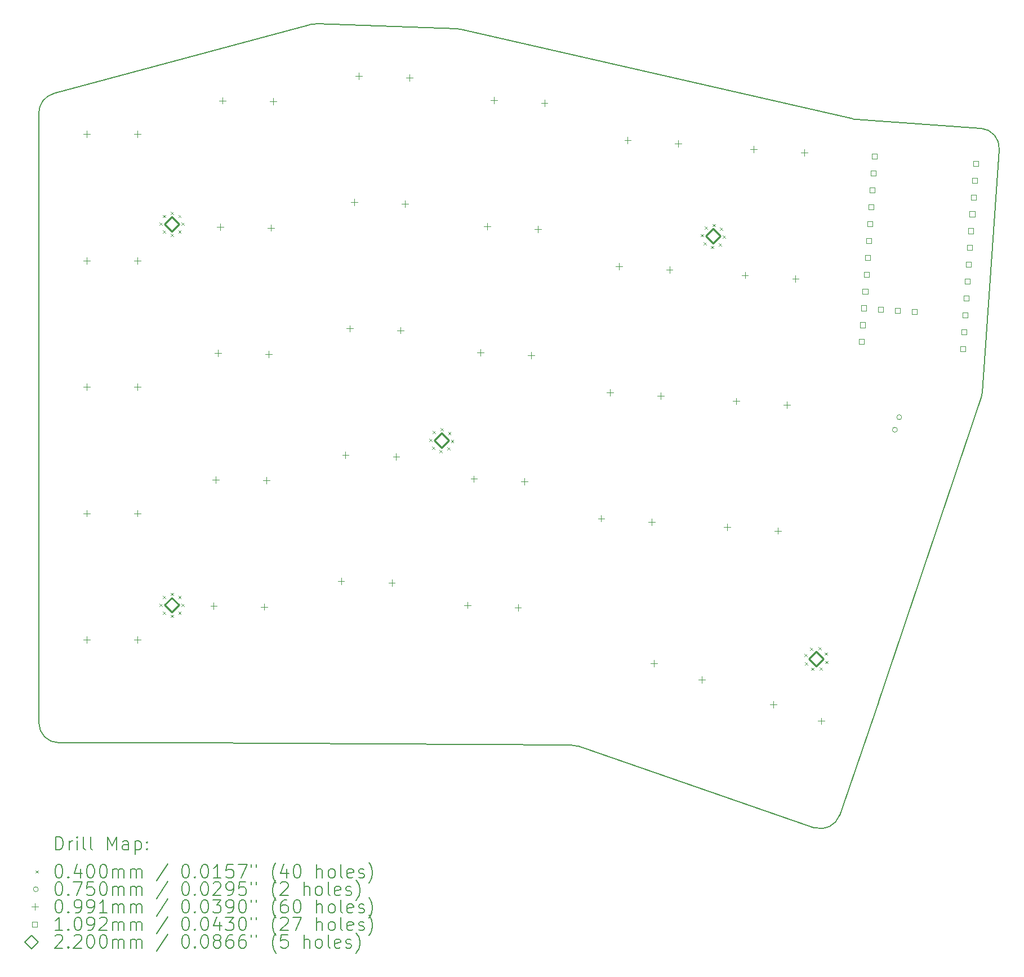
<source format=gbr>
%TF.GenerationSoftware,KiCad,Pcbnew,8.0.4*%
%TF.CreationDate,2024-08-23T21:57:58-04:00*%
%TF.ProjectId,left,6c656674-2e6b-4696-9361-645f70636258,v1.0.0*%
%TF.SameCoordinates,Original*%
%TF.FileFunction,Drillmap*%
%TF.FilePolarity,Positive*%
%FSLAX45Y45*%
G04 Gerber Fmt 4.5, Leading zero omitted, Abs format (unit mm)*
G04 Created by KiCad (PCBNEW 8.0.4) date 2024-08-23 21:57:58*
%MOMM*%
%LPD*%
G01*
G04 APERTURE LIST*
%ADD10C,0.150000*%
%ADD11C,0.200000*%
%ADD12C,0.100000*%
%ADD13C,0.109220*%
%ADD14C,0.220000*%
G04 APERTURE END LIST*
D10*
X11912293Y-21087526D02*
G75*
G02*
X12008027Y-21103863I-1933J-299994D01*
G01*
X10186642Y-10316009D02*
G75*
G02*
X10243117Y-10323391I-10472J-299811D01*
G01*
X16521507Y-20437990D02*
X15935796Y-22139018D01*
X16185653Y-11680068D02*
G75*
G02*
X16139635Y-11673233I20927J299258D01*
G01*
X15935796Y-22139018D02*
G75*
G02*
X15554469Y-22325005I-283656J97668D01*
G01*
X3900000Y-11579834D02*
G75*
G02*
X4121912Y-11290175I300000J0D01*
G01*
X15554470Y-22325003D02*
X12008027Y-21103864D01*
X10243117Y-10323391D02*
X16139635Y-11673234D01*
X18336092Y-12131174D02*
X18080680Y-15783732D01*
X16522124Y-20436178D02*
G75*
G02*
X16521507Y-20437990I-283065J95438D01*
G01*
X6100000Y-21050000D02*
X4200000Y-21050000D01*
X18057750Y-11810978D02*
G75*
G02*
X18336093Y-12131174I-20930J-299272D01*
G01*
X16185653Y-11680068D02*
X18057750Y-11810977D01*
X18065684Y-15858663D02*
X16522125Y-20436178D01*
X11912293Y-21087526D02*
X6100000Y-21050006D01*
X8061613Y-10241801D02*
X10186642Y-10316009D01*
X4200000Y-21050000D02*
G75*
G02*
X3900000Y-20750000I0J300000D01*
G01*
X7973055Y-10251960D02*
G75*
G02*
X8061613Y-10241802I78085J-289660D01*
G01*
X18080680Y-15783732D02*
G75*
G02*
X18065685Y-15858664I-299260J20922D01*
G01*
X4121912Y-11290176D02*
X7973055Y-10251960D01*
X3900000Y-20750000D02*
X3900000Y-11579834D01*
D11*
D12*
X5715000Y-13230000D02*
X5755000Y-13270000D01*
X5755000Y-13230000D02*
X5715000Y-13270000D01*
X5715000Y-18960000D02*
X5755000Y-19000000D01*
X5755000Y-18960000D02*
X5715000Y-19000000D01*
X5763327Y-13113327D02*
X5803327Y-13153327D01*
X5803327Y-13113327D02*
X5763327Y-13153327D01*
X5763327Y-13346673D02*
X5803327Y-13386673D01*
X5803327Y-13346673D02*
X5763327Y-13386673D01*
X5763327Y-18843327D02*
X5803327Y-18883327D01*
X5803327Y-18843327D02*
X5763327Y-18883327D01*
X5763327Y-19076673D02*
X5803327Y-19116673D01*
X5803327Y-19076673D02*
X5763327Y-19116673D01*
X5880000Y-13065000D02*
X5920000Y-13105000D01*
X5920000Y-13065000D02*
X5880000Y-13105000D01*
X5880000Y-13395000D02*
X5920000Y-13435000D01*
X5920000Y-13395000D02*
X5880000Y-13435000D01*
X5880000Y-18795000D02*
X5920000Y-18835000D01*
X5920000Y-18795000D02*
X5880000Y-18835000D01*
X5880000Y-19125000D02*
X5920000Y-19165000D01*
X5920000Y-19125000D02*
X5880000Y-19165000D01*
X5996673Y-13113327D02*
X6036673Y-13153327D01*
X6036673Y-13113327D02*
X5996673Y-13153327D01*
X5996673Y-13346673D02*
X6036673Y-13386673D01*
X6036673Y-13346673D02*
X5996673Y-13386673D01*
X5996673Y-18843327D02*
X6036673Y-18883327D01*
X6036673Y-18843327D02*
X5996673Y-18883327D01*
X5996673Y-19076673D02*
X6036673Y-19116673D01*
X6036673Y-19076673D02*
X5996673Y-19116673D01*
X6045000Y-13230000D02*
X6085000Y-13270000D01*
X6085000Y-13230000D02*
X6045000Y-13270000D01*
X6045000Y-18960000D02*
X6085000Y-19000000D01*
X6085000Y-18960000D02*
X6045000Y-19000000D01*
X9765915Y-16477652D02*
X9805915Y-16517652D01*
X9805915Y-16477652D02*
X9765915Y-16517652D01*
X9808070Y-16596694D02*
X9848070Y-16636694D01*
X9848070Y-16596694D02*
X9808070Y-16636694D01*
X9820282Y-16363668D02*
X9860282Y-16403668D01*
X9860282Y-16363668D02*
X9820282Y-16403668D01*
X9922053Y-16651061D02*
X9962053Y-16691061D01*
X9962053Y-16651061D02*
X9922053Y-16691061D01*
X9939324Y-16321513D02*
X9979324Y-16361513D01*
X9979324Y-16321513D02*
X9939324Y-16361513D01*
X10041095Y-16608906D02*
X10081095Y-16648906D01*
X10081095Y-16608906D02*
X10041095Y-16648906D01*
X10053308Y-16375881D02*
X10093308Y-16415881D01*
X10093308Y-16375881D02*
X10053308Y-16415881D01*
X10095463Y-16494923D02*
X10135463Y-16534923D01*
X10135463Y-16494923D02*
X10095463Y-16534923D01*
X13850115Y-13402789D02*
X13890115Y-13442789D01*
X13890115Y-13402789D02*
X13850115Y-13442789D01*
X13890186Y-13522549D02*
X13930186Y-13562549D01*
X13930186Y-13522549D02*
X13890186Y-13562549D01*
X13906463Y-13289772D02*
X13946463Y-13329772D01*
X13946463Y-13289772D02*
X13906463Y-13329772D01*
X14003203Y-13578897D02*
X14043203Y-13618897D01*
X14043203Y-13578897D02*
X14003203Y-13618897D01*
X14026222Y-13249701D02*
X14066222Y-13289701D01*
X14066222Y-13249701D02*
X14026222Y-13289701D01*
X14122962Y-13538826D02*
X14162962Y-13578826D01*
X14162962Y-13538826D02*
X14122962Y-13578826D01*
X14139240Y-13306049D02*
X14179240Y-13346049D01*
X14179240Y-13306049D02*
X14139240Y-13346049D01*
X14179311Y-13425809D02*
X14219311Y-13465809D01*
X14219311Y-13425809D02*
X14179311Y-13465809D01*
X15406664Y-19712130D02*
X15446664Y-19752130D01*
X15446664Y-19712130D02*
X15406664Y-19752130D01*
X15414374Y-19838180D02*
X15454374Y-19878180D01*
X15454374Y-19838180D02*
X15414374Y-19878180D01*
X15490343Y-19617548D02*
X15530343Y-19657548D01*
X15530343Y-19617548D02*
X15490343Y-19657548D01*
X15508956Y-19921859D02*
X15548956Y-19961859D01*
X15548956Y-19921859D02*
X15508956Y-19961859D01*
X15616393Y-19609838D02*
X15656393Y-19649838D01*
X15656393Y-19609838D02*
X15616393Y-19649838D01*
X15635006Y-19914150D02*
X15675006Y-19954150D01*
X15675006Y-19914150D02*
X15635006Y-19954150D01*
X15710976Y-19693517D02*
X15750976Y-19733517D01*
X15750976Y-19693517D02*
X15710976Y-19733517D01*
X15718685Y-19819567D02*
X15758685Y-19859567D01*
X15758685Y-19819567D02*
X15718685Y-19859567D01*
X16805243Y-16344161D02*
G75*
G02*
X16730243Y-16344161I-37500J0D01*
G01*
X16730243Y-16344161D02*
G75*
G02*
X16805243Y-16344161I37500J0D01*
G01*
X16870356Y-16155057D02*
G75*
G02*
X16795356Y-16155057I-37500J0D01*
G01*
X16795356Y-16155057D02*
G75*
G02*
X16870356Y-16155057I37500J0D01*
G01*
X4619000Y-11850470D02*
X4619000Y-11949530D01*
X4569470Y-11900000D02*
X4668530Y-11900000D01*
X4619000Y-13750470D02*
X4619000Y-13849530D01*
X4569470Y-13800000D02*
X4668530Y-13800000D01*
X4619000Y-15650470D02*
X4619000Y-15749530D01*
X4569470Y-15700000D02*
X4668530Y-15700000D01*
X4619000Y-17550470D02*
X4619000Y-17649530D01*
X4569470Y-17600000D02*
X4668530Y-17600000D01*
X4619000Y-19450470D02*
X4619000Y-19549530D01*
X4569470Y-19500000D02*
X4668530Y-19500000D01*
X5381000Y-11850470D02*
X5381000Y-11949530D01*
X5331470Y-11900000D02*
X5430530Y-11900000D01*
X5381000Y-13750470D02*
X5381000Y-13849530D01*
X5331470Y-13800000D02*
X5430530Y-13800000D01*
X5381000Y-15650470D02*
X5381000Y-15749530D01*
X5331470Y-15700000D02*
X5430530Y-15700000D01*
X5381000Y-17550470D02*
X5381000Y-17649530D01*
X5331470Y-17600000D02*
X5430530Y-17600000D01*
X5381000Y-19450470D02*
X5381000Y-19549530D01*
X5331470Y-19500000D02*
X5430530Y-19500000D01*
X6527784Y-18943897D02*
X6527784Y-19042957D01*
X6478254Y-18993427D02*
X6577314Y-18993427D01*
X6560944Y-17044186D02*
X6560944Y-17143246D01*
X6511414Y-17093716D02*
X6610474Y-17093716D01*
X6594103Y-15144475D02*
X6594103Y-15243535D01*
X6544573Y-15194005D02*
X6643633Y-15194005D01*
X6627263Y-13244765D02*
X6627263Y-13343825D01*
X6577733Y-13294295D02*
X6676793Y-13294295D01*
X6660422Y-11345054D02*
X6660422Y-11444114D01*
X6610892Y-11394584D02*
X6709952Y-11394584D01*
X7289668Y-18957196D02*
X7289668Y-19056256D01*
X7240138Y-19006726D02*
X7339198Y-19006726D01*
X7322828Y-17057485D02*
X7322828Y-17156545D01*
X7273298Y-17107015D02*
X7372358Y-17107015D01*
X7355987Y-15157774D02*
X7355987Y-15256834D01*
X7306457Y-15207304D02*
X7405517Y-15207304D01*
X7389147Y-13258064D02*
X7389147Y-13357124D01*
X7339617Y-13307594D02*
X7438677Y-13307594D01*
X7422306Y-11358353D02*
X7422306Y-11457413D01*
X7372776Y-11407883D02*
X7471836Y-11407883D01*
X8443373Y-18570698D02*
X8443373Y-18669758D01*
X8393843Y-18620228D02*
X8492903Y-18620228D01*
X8509683Y-16671856D02*
X8509683Y-16770916D01*
X8460153Y-16721386D02*
X8559213Y-16721386D01*
X8575992Y-14773013D02*
X8575992Y-14872073D01*
X8526462Y-14822543D02*
X8625522Y-14822543D01*
X8642301Y-12874171D02*
X8642301Y-12973231D01*
X8592771Y-12923701D02*
X8691831Y-12923701D01*
X8708610Y-10975328D02*
X8708610Y-11074388D01*
X8659080Y-11024858D02*
X8758140Y-11024858D01*
X9204909Y-18597292D02*
X9204909Y-18696352D01*
X9155379Y-18646822D02*
X9254439Y-18646822D01*
X9271218Y-16698449D02*
X9271218Y-16797509D01*
X9221688Y-16747979D02*
X9320748Y-16747979D01*
X9337527Y-14799607D02*
X9337527Y-14898667D01*
X9287997Y-14849137D02*
X9387057Y-14849137D01*
X9403836Y-12900764D02*
X9403836Y-12999824D01*
X9354306Y-12950294D02*
X9453366Y-12950294D01*
X9470145Y-11001922D02*
X9470145Y-11100982D01*
X9420615Y-11051452D02*
X9519675Y-11051452D01*
X10340754Y-18930562D02*
X10340754Y-19029622D01*
X10291224Y-18980092D02*
X10390284Y-18980092D01*
X10440193Y-17033166D02*
X10440193Y-17132226D01*
X10390663Y-17082696D02*
X10489723Y-17082696D01*
X10539631Y-15135770D02*
X10539631Y-15234830D01*
X10490101Y-15185300D02*
X10589161Y-15185300D01*
X10639069Y-13238374D02*
X10639069Y-13337434D01*
X10589539Y-13287904D02*
X10688599Y-13287904D01*
X10738508Y-11340977D02*
X10738508Y-11440037D01*
X10688978Y-11390507D02*
X10788038Y-11390507D01*
X11101710Y-18970442D02*
X11101710Y-19069502D01*
X11052180Y-19019972D02*
X11151240Y-19019972D01*
X11201148Y-17073046D02*
X11201148Y-17172106D01*
X11151619Y-17122576D02*
X11250678Y-17122576D01*
X11300587Y-15175650D02*
X11300587Y-15274710D01*
X11251057Y-15225180D02*
X11350117Y-15225180D01*
X11400025Y-13278254D02*
X11400025Y-13377314D01*
X11350495Y-13327784D02*
X11449555Y-13327784D01*
X11499463Y-11380857D02*
X11499463Y-11479917D01*
X11449933Y-11430387D02*
X11548993Y-11430387D01*
X12353636Y-17627839D02*
X12353636Y-17726899D01*
X12304106Y-17677369D02*
X12403166Y-17677369D01*
X12486173Y-15732467D02*
X12486173Y-15831527D01*
X12436643Y-15781997D02*
X12535703Y-15781997D01*
X12618711Y-13837095D02*
X12618711Y-13936155D01*
X12569181Y-13886625D02*
X12668241Y-13886625D01*
X12751248Y-11941724D02*
X12751248Y-12040784D01*
X12701718Y-11991254D02*
X12800778Y-11991254D01*
X13113780Y-17680993D02*
X13113780Y-17780053D01*
X13064250Y-17730523D02*
X13163310Y-17730523D01*
X13145958Y-19806844D02*
X13145958Y-19905904D01*
X13096428Y-19856374D02*
X13195488Y-19856374D01*
X13246317Y-15785622D02*
X13246317Y-15884682D01*
X13196787Y-15835152D02*
X13295847Y-15835152D01*
X13378854Y-13890250D02*
X13378854Y-13989310D01*
X13329324Y-13939780D02*
X13428384Y-13939780D01*
X13511392Y-11994878D02*
X13511392Y-12093938D01*
X13461862Y-12044408D02*
X13560922Y-12044408D01*
X13866443Y-20054927D02*
X13866443Y-20153987D01*
X13816913Y-20104457D02*
X13915973Y-20104457D01*
X14249008Y-17760376D02*
X14249008Y-17859436D01*
X14199478Y-17809906D02*
X14298538Y-17809906D01*
X14381545Y-15865004D02*
X14381545Y-15964064D01*
X14332015Y-15914534D02*
X14431075Y-15914534D01*
X14514082Y-13969633D02*
X14514082Y-14068693D01*
X14464552Y-14019163D02*
X14563612Y-14019163D01*
X14646620Y-12074261D02*
X14646620Y-12173321D01*
X14597090Y-12123791D02*
X14696150Y-12123791D01*
X14942443Y-20425423D02*
X14942443Y-20524483D01*
X14892913Y-20474953D02*
X14991973Y-20474953D01*
X15009152Y-17813531D02*
X15009152Y-17912591D01*
X14959622Y-17863061D02*
X15058682Y-17863061D01*
X15141689Y-15918159D02*
X15141689Y-16017219D01*
X15092159Y-15967689D02*
X15191219Y-15967689D01*
X15274226Y-14022787D02*
X15274226Y-14121847D01*
X15224696Y-14072317D02*
X15323756Y-14072317D01*
X15406763Y-12127415D02*
X15406763Y-12226475D01*
X15357233Y-12176945D02*
X15456293Y-12176945D01*
X15662929Y-20673506D02*
X15662929Y-20772566D01*
X15613399Y-20723036D02*
X15712459Y-20723036D01*
D13*
X16306090Y-15059529D02*
X16306090Y-14982298D01*
X16228859Y-14982298D01*
X16228859Y-15059529D01*
X16306090Y-15059529D01*
X16323809Y-14806148D02*
X16323809Y-14728917D01*
X16246578Y-14728917D01*
X16246578Y-14806148D01*
X16323809Y-14806148D01*
X16341527Y-14552766D02*
X16341527Y-14475535D01*
X16264296Y-14475535D01*
X16264296Y-14552766D01*
X16341527Y-14552766D01*
X16359245Y-14299385D02*
X16359245Y-14222154D01*
X16282014Y-14222154D01*
X16282014Y-14299385D01*
X16359245Y-14299385D01*
X16376963Y-14046004D02*
X16376963Y-13968773D01*
X16299732Y-13968773D01*
X16299732Y-14046004D01*
X16376963Y-14046004D01*
X16394681Y-13792623D02*
X16394681Y-13715392D01*
X16317450Y-13715392D01*
X16317450Y-13792623D01*
X16394681Y-13792623D01*
X16412399Y-13539241D02*
X16412399Y-13462010D01*
X16335168Y-13462010D01*
X16335168Y-13539241D01*
X16412399Y-13539241D01*
X16430117Y-13285860D02*
X16430117Y-13208629D01*
X16352886Y-13208629D01*
X16352886Y-13285860D01*
X16430117Y-13285860D01*
X16447836Y-13032479D02*
X16447836Y-12955248D01*
X16370605Y-12955248D01*
X16370605Y-13032479D01*
X16447836Y-13032479D01*
X16465554Y-12779098D02*
X16465554Y-12701867D01*
X16388323Y-12701867D01*
X16388323Y-12779098D01*
X16465554Y-12779098D01*
X16483272Y-12525716D02*
X16483272Y-12448485D01*
X16406041Y-12448485D01*
X16406041Y-12525716D01*
X16483272Y-12525716D01*
X16500990Y-12272335D02*
X16500990Y-12195104D01*
X16423759Y-12195104D01*
X16423759Y-12272335D01*
X16500990Y-12272335D01*
X16594908Y-14570485D02*
X16594908Y-14493254D01*
X16517677Y-14493254D01*
X16517677Y-14570485D01*
X16594908Y-14570485D01*
X16848289Y-14588203D02*
X16848289Y-14510972D01*
X16771058Y-14510972D01*
X16771058Y-14588203D01*
X16848289Y-14588203D01*
X17101671Y-14605921D02*
X17101671Y-14528690D01*
X17024440Y-14528690D01*
X17024440Y-14605921D01*
X17101671Y-14605921D01*
X17826378Y-15165838D02*
X17826378Y-15088607D01*
X17749147Y-15088607D01*
X17749147Y-15165838D01*
X17826378Y-15165838D01*
X17844096Y-14912457D02*
X17844096Y-14835226D01*
X17766865Y-14835226D01*
X17766865Y-14912457D01*
X17844096Y-14912457D01*
X17861814Y-14659075D02*
X17861814Y-14581844D01*
X17784583Y-14581844D01*
X17784583Y-14659075D01*
X17861814Y-14659075D01*
X17879533Y-14405694D02*
X17879533Y-14328463D01*
X17802302Y-14328463D01*
X17802302Y-14405694D01*
X17879533Y-14405694D01*
X17897251Y-14152313D02*
X17897251Y-14075082D01*
X17820020Y-14075082D01*
X17820020Y-14152313D01*
X17897251Y-14152313D01*
X17914969Y-13898932D02*
X17914969Y-13821701D01*
X17837738Y-13821701D01*
X17837738Y-13898932D01*
X17914969Y-13898932D01*
X17932687Y-13645550D02*
X17932687Y-13568319D01*
X17855456Y-13568319D01*
X17855456Y-13645550D01*
X17932687Y-13645550D01*
X17950405Y-13392169D02*
X17950405Y-13314938D01*
X17873174Y-13314938D01*
X17873174Y-13392169D01*
X17950405Y-13392169D01*
X17968123Y-13138788D02*
X17968123Y-13061557D01*
X17890892Y-13061557D01*
X17890892Y-13138788D01*
X17968123Y-13138788D01*
X17985841Y-12885406D02*
X17985841Y-12808175D01*
X17908610Y-12808175D01*
X17908610Y-12885406D01*
X17985841Y-12885406D01*
X18003560Y-12632025D02*
X18003560Y-12554794D01*
X17926329Y-12554794D01*
X17926329Y-12632025D01*
X18003560Y-12632025D01*
X18021278Y-12378644D02*
X18021278Y-12301413D01*
X17944047Y-12301413D01*
X17944047Y-12378644D01*
X18021278Y-12378644D01*
D14*
X5900000Y-13360000D02*
X6010000Y-13250000D01*
X5900000Y-13140000D01*
X5790000Y-13250000D01*
X5900000Y-13360000D01*
X5900000Y-19090000D02*
X6010000Y-18980000D01*
X5900000Y-18870000D01*
X5790000Y-18980000D01*
X5900000Y-19090000D01*
X9950689Y-16616287D02*
X10060689Y-16506287D01*
X9950689Y-16396287D01*
X9840689Y-16506287D01*
X9950689Y-16616287D01*
X14034713Y-13544299D02*
X14144713Y-13434299D01*
X14034713Y-13324299D01*
X13924713Y-13434299D01*
X14034713Y-13544299D01*
X15582675Y-19895849D02*
X15692675Y-19785849D01*
X15582675Y-19675849D01*
X15472675Y-19785849D01*
X15582675Y-19895849D01*
D11*
X4153277Y-22660334D02*
X4153277Y-22460334D01*
X4153277Y-22460334D02*
X4200896Y-22460334D01*
X4200896Y-22460334D02*
X4229467Y-22469857D01*
X4229467Y-22469857D02*
X4248515Y-22488905D01*
X4248515Y-22488905D02*
X4258039Y-22507953D01*
X4258039Y-22507953D02*
X4267563Y-22546048D01*
X4267563Y-22546048D02*
X4267563Y-22574619D01*
X4267563Y-22574619D02*
X4258039Y-22612715D01*
X4258039Y-22612715D02*
X4248515Y-22631762D01*
X4248515Y-22631762D02*
X4229467Y-22650810D01*
X4229467Y-22650810D02*
X4200896Y-22660334D01*
X4200896Y-22660334D02*
X4153277Y-22660334D01*
X4353277Y-22660334D02*
X4353277Y-22527000D01*
X4353277Y-22565096D02*
X4362801Y-22546048D01*
X4362801Y-22546048D02*
X4372324Y-22536524D01*
X4372324Y-22536524D02*
X4391372Y-22527000D01*
X4391372Y-22527000D02*
X4410420Y-22527000D01*
X4477086Y-22660334D02*
X4477086Y-22527000D01*
X4477086Y-22460334D02*
X4467563Y-22469857D01*
X4467563Y-22469857D02*
X4477086Y-22479381D01*
X4477086Y-22479381D02*
X4486610Y-22469857D01*
X4486610Y-22469857D02*
X4477086Y-22460334D01*
X4477086Y-22460334D02*
X4477086Y-22479381D01*
X4600896Y-22660334D02*
X4581848Y-22650810D01*
X4581848Y-22650810D02*
X4572324Y-22631762D01*
X4572324Y-22631762D02*
X4572324Y-22460334D01*
X4705658Y-22660334D02*
X4686610Y-22650810D01*
X4686610Y-22650810D02*
X4677086Y-22631762D01*
X4677086Y-22631762D02*
X4677086Y-22460334D01*
X4934229Y-22660334D02*
X4934229Y-22460334D01*
X4934229Y-22460334D02*
X5000896Y-22603191D01*
X5000896Y-22603191D02*
X5067563Y-22460334D01*
X5067563Y-22460334D02*
X5067563Y-22660334D01*
X5248515Y-22660334D02*
X5248515Y-22555572D01*
X5248515Y-22555572D02*
X5238991Y-22536524D01*
X5238991Y-22536524D02*
X5219944Y-22527000D01*
X5219944Y-22527000D02*
X5181848Y-22527000D01*
X5181848Y-22527000D02*
X5162801Y-22536524D01*
X5248515Y-22650810D02*
X5229467Y-22660334D01*
X5229467Y-22660334D02*
X5181848Y-22660334D01*
X5181848Y-22660334D02*
X5162801Y-22650810D01*
X5162801Y-22650810D02*
X5153277Y-22631762D01*
X5153277Y-22631762D02*
X5153277Y-22612715D01*
X5153277Y-22612715D02*
X5162801Y-22593667D01*
X5162801Y-22593667D02*
X5181848Y-22584143D01*
X5181848Y-22584143D02*
X5229467Y-22584143D01*
X5229467Y-22584143D02*
X5248515Y-22574619D01*
X5343753Y-22527000D02*
X5343753Y-22727000D01*
X5343753Y-22536524D02*
X5362801Y-22527000D01*
X5362801Y-22527000D02*
X5400896Y-22527000D01*
X5400896Y-22527000D02*
X5419944Y-22536524D01*
X5419944Y-22536524D02*
X5429467Y-22546048D01*
X5429467Y-22546048D02*
X5438991Y-22565096D01*
X5438991Y-22565096D02*
X5438991Y-22622238D01*
X5438991Y-22622238D02*
X5429467Y-22641286D01*
X5429467Y-22641286D02*
X5419944Y-22650810D01*
X5419944Y-22650810D02*
X5400896Y-22660334D01*
X5400896Y-22660334D02*
X5362801Y-22660334D01*
X5362801Y-22660334D02*
X5343753Y-22650810D01*
X5524705Y-22641286D02*
X5534229Y-22650810D01*
X5534229Y-22650810D02*
X5524705Y-22660334D01*
X5524705Y-22660334D02*
X5515182Y-22650810D01*
X5515182Y-22650810D02*
X5524705Y-22641286D01*
X5524705Y-22641286D02*
X5524705Y-22660334D01*
X5524705Y-22536524D02*
X5534229Y-22546048D01*
X5534229Y-22546048D02*
X5524705Y-22555572D01*
X5524705Y-22555572D02*
X5515182Y-22546048D01*
X5515182Y-22546048D02*
X5524705Y-22536524D01*
X5524705Y-22536524D02*
X5524705Y-22555572D01*
D12*
X3852500Y-22968850D02*
X3892500Y-23008850D01*
X3892500Y-22968850D02*
X3852500Y-23008850D01*
D11*
X4191372Y-22880334D02*
X4210420Y-22880334D01*
X4210420Y-22880334D02*
X4229467Y-22889857D01*
X4229467Y-22889857D02*
X4238991Y-22899381D01*
X4238991Y-22899381D02*
X4248515Y-22918429D01*
X4248515Y-22918429D02*
X4258039Y-22956524D01*
X4258039Y-22956524D02*
X4258039Y-23004143D01*
X4258039Y-23004143D02*
X4248515Y-23042238D01*
X4248515Y-23042238D02*
X4238991Y-23061286D01*
X4238991Y-23061286D02*
X4229467Y-23070810D01*
X4229467Y-23070810D02*
X4210420Y-23080334D01*
X4210420Y-23080334D02*
X4191372Y-23080334D01*
X4191372Y-23080334D02*
X4172324Y-23070810D01*
X4172324Y-23070810D02*
X4162801Y-23061286D01*
X4162801Y-23061286D02*
X4153277Y-23042238D01*
X4153277Y-23042238D02*
X4143753Y-23004143D01*
X4143753Y-23004143D02*
X4143753Y-22956524D01*
X4143753Y-22956524D02*
X4153277Y-22918429D01*
X4153277Y-22918429D02*
X4162801Y-22899381D01*
X4162801Y-22899381D02*
X4172324Y-22889857D01*
X4172324Y-22889857D02*
X4191372Y-22880334D01*
X4343753Y-23061286D02*
X4353277Y-23070810D01*
X4353277Y-23070810D02*
X4343753Y-23080334D01*
X4343753Y-23080334D02*
X4334229Y-23070810D01*
X4334229Y-23070810D02*
X4343753Y-23061286D01*
X4343753Y-23061286D02*
X4343753Y-23080334D01*
X4524705Y-22947000D02*
X4524705Y-23080334D01*
X4477086Y-22870810D02*
X4429467Y-23013667D01*
X4429467Y-23013667D02*
X4553277Y-23013667D01*
X4667563Y-22880334D02*
X4686610Y-22880334D01*
X4686610Y-22880334D02*
X4705658Y-22889857D01*
X4705658Y-22889857D02*
X4715182Y-22899381D01*
X4715182Y-22899381D02*
X4724705Y-22918429D01*
X4724705Y-22918429D02*
X4734229Y-22956524D01*
X4734229Y-22956524D02*
X4734229Y-23004143D01*
X4734229Y-23004143D02*
X4724705Y-23042238D01*
X4724705Y-23042238D02*
X4715182Y-23061286D01*
X4715182Y-23061286D02*
X4705658Y-23070810D01*
X4705658Y-23070810D02*
X4686610Y-23080334D01*
X4686610Y-23080334D02*
X4667563Y-23080334D01*
X4667563Y-23080334D02*
X4648515Y-23070810D01*
X4648515Y-23070810D02*
X4638991Y-23061286D01*
X4638991Y-23061286D02*
X4629467Y-23042238D01*
X4629467Y-23042238D02*
X4619944Y-23004143D01*
X4619944Y-23004143D02*
X4619944Y-22956524D01*
X4619944Y-22956524D02*
X4629467Y-22918429D01*
X4629467Y-22918429D02*
X4638991Y-22899381D01*
X4638991Y-22899381D02*
X4648515Y-22889857D01*
X4648515Y-22889857D02*
X4667563Y-22880334D01*
X4858039Y-22880334D02*
X4877086Y-22880334D01*
X4877086Y-22880334D02*
X4896134Y-22889857D01*
X4896134Y-22889857D02*
X4905658Y-22899381D01*
X4905658Y-22899381D02*
X4915182Y-22918429D01*
X4915182Y-22918429D02*
X4924705Y-22956524D01*
X4924705Y-22956524D02*
X4924705Y-23004143D01*
X4924705Y-23004143D02*
X4915182Y-23042238D01*
X4915182Y-23042238D02*
X4905658Y-23061286D01*
X4905658Y-23061286D02*
X4896134Y-23070810D01*
X4896134Y-23070810D02*
X4877086Y-23080334D01*
X4877086Y-23080334D02*
X4858039Y-23080334D01*
X4858039Y-23080334D02*
X4838991Y-23070810D01*
X4838991Y-23070810D02*
X4829467Y-23061286D01*
X4829467Y-23061286D02*
X4819944Y-23042238D01*
X4819944Y-23042238D02*
X4810420Y-23004143D01*
X4810420Y-23004143D02*
X4810420Y-22956524D01*
X4810420Y-22956524D02*
X4819944Y-22918429D01*
X4819944Y-22918429D02*
X4829467Y-22899381D01*
X4829467Y-22899381D02*
X4838991Y-22889857D01*
X4838991Y-22889857D02*
X4858039Y-22880334D01*
X5010420Y-23080334D02*
X5010420Y-22947000D01*
X5010420Y-22966048D02*
X5019944Y-22956524D01*
X5019944Y-22956524D02*
X5038991Y-22947000D01*
X5038991Y-22947000D02*
X5067563Y-22947000D01*
X5067563Y-22947000D02*
X5086610Y-22956524D01*
X5086610Y-22956524D02*
X5096134Y-22975572D01*
X5096134Y-22975572D02*
X5096134Y-23080334D01*
X5096134Y-22975572D02*
X5105658Y-22956524D01*
X5105658Y-22956524D02*
X5124705Y-22947000D01*
X5124705Y-22947000D02*
X5153277Y-22947000D01*
X5153277Y-22947000D02*
X5172325Y-22956524D01*
X5172325Y-22956524D02*
X5181848Y-22975572D01*
X5181848Y-22975572D02*
X5181848Y-23080334D01*
X5277086Y-23080334D02*
X5277086Y-22947000D01*
X5277086Y-22966048D02*
X5286610Y-22956524D01*
X5286610Y-22956524D02*
X5305658Y-22947000D01*
X5305658Y-22947000D02*
X5334229Y-22947000D01*
X5334229Y-22947000D02*
X5353277Y-22956524D01*
X5353277Y-22956524D02*
X5362801Y-22975572D01*
X5362801Y-22975572D02*
X5362801Y-23080334D01*
X5362801Y-22975572D02*
X5372325Y-22956524D01*
X5372325Y-22956524D02*
X5391372Y-22947000D01*
X5391372Y-22947000D02*
X5419944Y-22947000D01*
X5419944Y-22947000D02*
X5438991Y-22956524D01*
X5438991Y-22956524D02*
X5448515Y-22975572D01*
X5448515Y-22975572D02*
X5448515Y-23080334D01*
X5838991Y-22870810D02*
X5667563Y-23127953D01*
X6096134Y-22880334D02*
X6115182Y-22880334D01*
X6115182Y-22880334D02*
X6134229Y-22889857D01*
X6134229Y-22889857D02*
X6143753Y-22899381D01*
X6143753Y-22899381D02*
X6153277Y-22918429D01*
X6153277Y-22918429D02*
X6162801Y-22956524D01*
X6162801Y-22956524D02*
X6162801Y-23004143D01*
X6162801Y-23004143D02*
X6153277Y-23042238D01*
X6153277Y-23042238D02*
X6143753Y-23061286D01*
X6143753Y-23061286D02*
X6134229Y-23070810D01*
X6134229Y-23070810D02*
X6115182Y-23080334D01*
X6115182Y-23080334D02*
X6096134Y-23080334D01*
X6096134Y-23080334D02*
X6077086Y-23070810D01*
X6077086Y-23070810D02*
X6067563Y-23061286D01*
X6067563Y-23061286D02*
X6058039Y-23042238D01*
X6058039Y-23042238D02*
X6048515Y-23004143D01*
X6048515Y-23004143D02*
X6048515Y-22956524D01*
X6048515Y-22956524D02*
X6058039Y-22918429D01*
X6058039Y-22918429D02*
X6067563Y-22899381D01*
X6067563Y-22899381D02*
X6077086Y-22889857D01*
X6077086Y-22889857D02*
X6096134Y-22880334D01*
X6248515Y-23061286D02*
X6258039Y-23070810D01*
X6258039Y-23070810D02*
X6248515Y-23080334D01*
X6248515Y-23080334D02*
X6238991Y-23070810D01*
X6238991Y-23070810D02*
X6248515Y-23061286D01*
X6248515Y-23061286D02*
X6248515Y-23080334D01*
X6381848Y-22880334D02*
X6400896Y-22880334D01*
X6400896Y-22880334D02*
X6419944Y-22889857D01*
X6419944Y-22889857D02*
X6429467Y-22899381D01*
X6429467Y-22899381D02*
X6438991Y-22918429D01*
X6438991Y-22918429D02*
X6448515Y-22956524D01*
X6448515Y-22956524D02*
X6448515Y-23004143D01*
X6448515Y-23004143D02*
X6438991Y-23042238D01*
X6438991Y-23042238D02*
X6429467Y-23061286D01*
X6429467Y-23061286D02*
X6419944Y-23070810D01*
X6419944Y-23070810D02*
X6400896Y-23080334D01*
X6400896Y-23080334D02*
X6381848Y-23080334D01*
X6381848Y-23080334D02*
X6362801Y-23070810D01*
X6362801Y-23070810D02*
X6353277Y-23061286D01*
X6353277Y-23061286D02*
X6343753Y-23042238D01*
X6343753Y-23042238D02*
X6334229Y-23004143D01*
X6334229Y-23004143D02*
X6334229Y-22956524D01*
X6334229Y-22956524D02*
X6343753Y-22918429D01*
X6343753Y-22918429D02*
X6353277Y-22899381D01*
X6353277Y-22899381D02*
X6362801Y-22889857D01*
X6362801Y-22889857D02*
X6381848Y-22880334D01*
X6638991Y-23080334D02*
X6524706Y-23080334D01*
X6581848Y-23080334D02*
X6581848Y-22880334D01*
X6581848Y-22880334D02*
X6562801Y-22908905D01*
X6562801Y-22908905D02*
X6543753Y-22927953D01*
X6543753Y-22927953D02*
X6524706Y-22937476D01*
X6819944Y-22880334D02*
X6724706Y-22880334D01*
X6724706Y-22880334D02*
X6715182Y-22975572D01*
X6715182Y-22975572D02*
X6724706Y-22966048D01*
X6724706Y-22966048D02*
X6743753Y-22956524D01*
X6743753Y-22956524D02*
X6791372Y-22956524D01*
X6791372Y-22956524D02*
X6810420Y-22966048D01*
X6810420Y-22966048D02*
X6819944Y-22975572D01*
X6819944Y-22975572D02*
X6829467Y-22994619D01*
X6829467Y-22994619D02*
X6829467Y-23042238D01*
X6829467Y-23042238D02*
X6819944Y-23061286D01*
X6819944Y-23061286D02*
X6810420Y-23070810D01*
X6810420Y-23070810D02*
X6791372Y-23080334D01*
X6791372Y-23080334D02*
X6743753Y-23080334D01*
X6743753Y-23080334D02*
X6724706Y-23070810D01*
X6724706Y-23070810D02*
X6715182Y-23061286D01*
X6896134Y-22880334D02*
X7029467Y-22880334D01*
X7029467Y-22880334D02*
X6943753Y-23080334D01*
X7096134Y-22880334D02*
X7096134Y-22918429D01*
X7172325Y-22880334D02*
X7172325Y-22918429D01*
X7467563Y-23156524D02*
X7458039Y-23147000D01*
X7458039Y-23147000D02*
X7438991Y-23118429D01*
X7438991Y-23118429D02*
X7429468Y-23099381D01*
X7429468Y-23099381D02*
X7419944Y-23070810D01*
X7419944Y-23070810D02*
X7410420Y-23023191D01*
X7410420Y-23023191D02*
X7410420Y-22985096D01*
X7410420Y-22985096D02*
X7419944Y-22937476D01*
X7419944Y-22937476D02*
X7429468Y-22908905D01*
X7429468Y-22908905D02*
X7438991Y-22889857D01*
X7438991Y-22889857D02*
X7458039Y-22861286D01*
X7458039Y-22861286D02*
X7467563Y-22851762D01*
X7629468Y-22947000D02*
X7629468Y-23080334D01*
X7581848Y-22870810D02*
X7534229Y-23013667D01*
X7534229Y-23013667D02*
X7658039Y-23013667D01*
X7772325Y-22880334D02*
X7791372Y-22880334D01*
X7791372Y-22880334D02*
X7810420Y-22889857D01*
X7810420Y-22889857D02*
X7819944Y-22899381D01*
X7819944Y-22899381D02*
X7829468Y-22918429D01*
X7829468Y-22918429D02*
X7838991Y-22956524D01*
X7838991Y-22956524D02*
X7838991Y-23004143D01*
X7838991Y-23004143D02*
X7829468Y-23042238D01*
X7829468Y-23042238D02*
X7819944Y-23061286D01*
X7819944Y-23061286D02*
X7810420Y-23070810D01*
X7810420Y-23070810D02*
X7791372Y-23080334D01*
X7791372Y-23080334D02*
X7772325Y-23080334D01*
X7772325Y-23080334D02*
X7753277Y-23070810D01*
X7753277Y-23070810D02*
X7743753Y-23061286D01*
X7743753Y-23061286D02*
X7734229Y-23042238D01*
X7734229Y-23042238D02*
X7724706Y-23004143D01*
X7724706Y-23004143D02*
X7724706Y-22956524D01*
X7724706Y-22956524D02*
X7734229Y-22918429D01*
X7734229Y-22918429D02*
X7743753Y-22899381D01*
X7743753Y-22899381D02*
X7753277Y-22889857D01*
X7753277Y-22889857D02*
X7772325Y-22880334D01*
X8077087Y-23080334D02*
X8077087Y-22880334D01*
X8162801Y-23080334D02*
X8162801Y-22975572D01*
X8162801Y-22975572D02*
X8153277Y-22956524D01*
X8153277Y-22956524D02*
X8134230Y-22947000D01*
X8134230Y-22947000D02*
X8105658Y-22947000D01*
X8105658Y-22947000D02*
X8086610Y-22956524D01*
X8086610Y-22956524D02*
X8077087Y-22966048D01*
X8286610Y-23080334D02*
X8267563Y-23070810D01*
X8267563Y-23070810D02*
X8258039Y-23061286D01*
X8258039Y-23061286D02*
X8248515Y-23042238D01*
X8248515Y-23042238D02*
X8248515Y-22985096D01*
X8248515Y-22985096D02*
X8258039Y-22966048D01*
X8258039Y-22966048D02*
X8267563Y-22956524D01*
X8267563Y-22956524D02*
X8286610Y-22947000D01*
X8286610Y-22947000D02*
X8315182Y-22947000D01*
X8315182Y-22947000D02*
X8334230Y-22956524D01*
X8334230Y-22956524D02*
X8343753Y-22966048D01*
X8343753Y-22966048D02*
X8353277Y-22985096D01*
X8353277Y-22985096D02*
X8353277Y-23042238D01*
X8353277Y-23042238D02*
X8343753Y-23061286D01*
X8343753Y-23061286D02*
X8334230Y-23070810D01*
X8334230Y-23070810D02*
X8315182Y-23080334D01*
X8315182Y-23080334D02*
X8286610Y-23080334D01*
X8467563Y-23080334D02*
X8448515Y-23070810D01*
X8448515Y-23070810D02*
X8438992Y-23051762D01*
X8438992Y-23051762D02*
X8438992Y-22880334D01*
X8619944Y-23070810D02*
X8600896Y-23080334D01*
X8600896Y-23080334D02*
X8562801Y-23080334D01*
X8562801Y-23080334D02*
X8543753Y-23070810D01*
X8543753Y-23070810D02*
X8534230Y-23051762D01*
X8534230Y-23051762D02*
X8534230Y-22975572D01*
X8534230Y-22975572D02*
X8543753Y-22956524D01*
X8543753Y-22956524D02*
X8562801Y-22947000D01*
X8562801Y-22947000D02*
X8600896Y-22947000D01*
X8600896Y-22947000D02*
X8619944Y-22956524D01*
X8619944Y-22956524D02*
X8629468Y-22975572D01*
X8629468Y-22975572D02*
X8629468Y-22994619D01*
X8629468Y-22994619D02*
X8534230Y-23013667D01*
X8705658Y-23070810D02*
X8724706Y-23080334D01*
X8724706Y-23080334D02*
X8762801Y-23080334D01*
X8762801Y-23080334D02*
X8781849Y-23070810D01*
X8781849Y-23070810D02*
X8791373Y-23051762D01*
X8791373Y-23051762D02*
X8791373Y-23042238D01*
X8791373Y-23042238D02*
X8781849Y-23023191D01*
X8781849Y-23023191D02*
X8762801Y-23013667D01*
X8762801Y-23013667D02*
X8734230Y-23013667D01*
X8734230Y-23013667D02*
X8715182Y-23004143D01*
X8715182Y-23004143D02*
X8705658Y-22985096D01*
X8705658Y-22985096D02*
X8705658Y-22975572D01*
X8705658Y-22975572D02*
X8715182Y-22956524D01*
X8715182Y-22956524D02*
X8734230Y-22947000D01*
X8734230Y-22947000D02*
X8762801Y-22947000D01*
X8762801Y-22947000D02*
X8781849Y-22956524D01*
X8858039Y-23156524D02*
X8867563Y-23147000D01*
X8867563Y-23147000D02*
X8886611Y-23118429D01*
X8886611Y-23118429D02*
X8896134Y-23099381D01*
X8896134Y-23099381D02*
X8905658Y-23070810D01*
X8905658Y-23070810D02*
X8915182Y-23023191D01*
X8915182Y-23023191D02*
X8915182Y-22985096D01*
X8915182Y-22985096D02*
X8905658Y-22937476D01*
X8905658Y-22937476D02*
X8896134Y-22908905D01*
X8896134Y-22908905D02*
X8886611Y-22889857D01*
X8886611Y-22889857D02*
X8867563Y-22861286D01*
X8867563Y-22861286D02*
X8858039Y-22851762D01*
D12*
X3892500Y-23252850D02*
G75*
G02*
X3817500Y-23252850I-37500J0D01*
G01*
X3817500Y-23252850D02*
G75*
G02*
X3892500Y-23252850I37500J0D01*
G01*
D11*
X4191372Y-23144334D02*
X4210420Y-23144334D01*
X4210420Y-23144334D02*
X4229467Y-23153857D01*
X4229467Y-23153857D02*
X4238991Y-23163381D01*
X4238991Y-23163381D02*
X4248515Y-23182429D01*
X4248515Y-23182429D02*
X4258039Y-23220524D01*
X4258039Y-23220524D02*
X4258039Y-23268143D01*
X4258039Y-23268143D02*
X4248515Y-23306238D01*
X4248515Y-23306238D02*
X4238991Y-23325286D01*
X4238991Y-23325286D02*
X4229467Y-23334810D01*
X4229467Y-23334810D02*
X4210420Y-23344334D01*
X4210420Y-23344334D02*
X4191372Y-23344334D01*
X4191372Y-23344334D02*
X4172324Y-23334810D01*
X4172324Y-23334810D02*
X4162801Y-23325286D01*
X4162801Y-23325286D02*
X4153277Y-23306238D01*
X4153277Y-23306238D02*
X4143753Y-23268143D01*
X4143753Y-23268143D02*
X4143753Y-23220524D01*
X4143753Y-23220524D02*
X4153277Y-23182429D01*
X4153277Y-23182429D02*
X4162801Y-23163381D01*
X4162801Y-23163381D02*
X4172324Y-23153857D01*
X4172324Y-23153857D02*
X4191372Y-23144334D01*
X4343753Y-23325286D02*
X4353277Y-23334810D01*
X4353277Y-23334810D02*
X4343753Y-23344334D01*
X4343753Y-23344334D02*
X4334229Y-23334810D01*
X4334229Y-23334810D02*
X4343753Y-23325286D01*
X4343753Y-23325286D02*
X4343753Y-23344334D01*
X4419944Y-23144334D02*
X4553277Y-23144334D01*
X4553277Y-23144334D02*
X4467563Y-23344334D01*
X4724705Y-23144334D02*
X4629467Y-23144334D01*
X4629467Y-23144334D02*
X4619944Y-23239572D01*
X4619944Y-23239572D02*
X4629467Y-23230048D01*
X4629467Y-23230048D02*
X4648515Y-23220524D01*
X4648515Y-23220524D02*
X4696134Y-23220524D01*
X4696134Y-23220524D02*
X4715182Y-23230048D01*
X4715182Y-23230048D02*
X4724705Y-23239572D01*
X4724705Y-23239572D02*
X4734229Y-23258619D01*
X4734229Y-23258619D02*
X4734229Y-23306238D01*
X4734229Y-23306238D02*
X4724705Y-23325286D01*
X4724705Y-23325286D02*
X4715182Y-23334810D01*
X4715182Y-23334810D02*
X4696134Y-23344334D01*
X4696134Y-23344334D02*
X4648515Y-23344334D01*
X4648515Y-23344334D02*
X4629467Y-23334810D01*
X4629467Y-23334810D02*
X4619944Y-23325286D01*
X4858039Y-23144334D02*
X4877086Y-23144334D01*
X4877086Y-23144334D02*
X4896134Y-23153857D01*
X4896134Y-23153857D02*
X4905658Y-23163381D01*
X4905658Y-23163381D02*
X4915182Y-23182429D01*
X4915182Y-23182429D02*
X4924705Y-23220524D01*
X4924705Y-23220524D02*
X4924705Y-23268143D01*
X4924705Y-23268143D02*
X4915182Y-23306238D01*
X4915182Y-23306238D02*
X4905658Y-23325286D01*
X4905658Y-23325286D02*
X4896134Y-23334810D01*
X4896134Y-23334810D02*
X4877086Y-23344334D01*
X4877086Y-23344334D02*
X4858039Y-23344334D01*
X4858039Y-23344334D02*
X4838991Y-23334810D01*
X4838991Y-23334810D02*
X4829467Y-23325286D01*
X4829467Y-23325286D02*
X4819944Y-23306238D01*
X4819944Y-23306238D02*
X4810420Y-23268143D01*
X4810420Y-23268143D02*
X4810420Y-23220524D01*
X4810420Y-23220524D02*
X4819944Y-23182429D01*
X4819944Y-23182429D02*
X4829467Y-23163381D01*
X4829467Y-23163381D02*
X4838991Y-23153857D01*
X4838991Y-23153857D02*
X4858039Y-23144334D01*
X5010420Y-23344334D02*
X5010420Y-23211000D01*
X5010420Y-23230048D02*
X5019944Y-23220524D01*
X5019944Y-23220524D02*
X5038991Y-23211000D01*
X5038991Y-23211000D02*
X5067563Y-23211000D01*
X5067563Y-23211000D02*
X5086610Y-23220524D01*
X5086610Y-23220524D02*
X5096134Y-23239572D01*
X5096134Y-23239572D02*
X5096134Y-23344334D01*
X5096134Y-23239572D02*
X5105658Y-23220524D01*
X5105658Y-23220524D02*
X5124705Y-23211000D01*
X5124705Y-23211000D02*
X5153277Y-23211000D01*
X5153277Y-23211000D02*
X5172325Y-23220524D01*
X5172325Y-23220524D02*
X5181848Y-23239572D01*
X5181848Y-23239572D02*
X5181848Y-23344334D01*
X5277086Y-23344334D02*
X5277086Y-23211000D01*
X5277086Y-23230048D02*
X5286610Y-23220524D01*
X5286610Y-23220524D02*
X5305658Y-23211000D01*
X5305658Y-23211000D02*
X5334229Y-23211000D01*
X5334229Y-23211000D02*
X5353277Y-23220524D01*
X5353277Y-23220524D02*
X5362801Y-23239572D01*
X5362801Y-23239572D02*
X5362801Y-23344334D01*
X5362801Y-23239572D02*
X5372325Y-23220524D01*
X5372325Y-23220524D02*
X5391372Y-23211000D01*
X5391372Y-23211000D02*
X5419944Y-23211000D01*
X5419944Y-23211000D02*
X5438991Y-23220524D01*
X5438991Y-23220524D02*
X5448515Y-23239572D01*
X5448515Y-23239572D02*
X5448515Y-23344334D01*
X5838991Y-23134810D02*
X5667563Y-23391953D01*
X6096134Y-23144334D02*
X6115182Y-23144334D01*
X6115182Y-23144334D02*
X6134229Y-23153857D01*
X6134229Y-23153857D02*
X6143753Y-23163381D01*
X6143753Y-23163381D02*
X6153277Y-23182429D01*
X6153277Y-23182429D02*
X6162801Y-23220524D01*
X6162801Y-23220524D02*
X6162801Y-23268143D01*
X6162801Y-23268143D02*
X6153277Y-23306238D01*
X6153277Y-23306238D02*
X6143753Y-23325286D01*
X6143753Y-23325286D02*
X6134229Y-23334810D01*
X6134229Y-23334810D02*
X6115182Y-23344334D01*
X6115182Y-23344334D02*
X6096134Y-23344334D01*
X6096134Y-23344334D02*
X6077086Y-23334810D01*
X6077086Y-23334810D02*
X6067563Y-23325286D01*
X6067563Y-23325286D02*
X6058039Y-23306238D01*
X6058039Y-23306238D02*
X6048515Y-23268143D01*
X6048515Y-23268143D02*
X6048515Y-23220524D01*
X6048515Y-23220524D02*
X6058039Y-23182429D01*
X6058039Y-23182429D02*
X6067563Y-23163381D01*
X6067563Y-23163381D02*
X6077086Y-23153857D01*
X6077086Y-23153857D02*
X6096134Y-23144334D01*
X6248515Y-23325286D02*
X6258039Y-23334810D01*
X6258039Y-23334810D02*
X6248515Y-23344334D01*
X6248515Y-23344334D02*
X6238991Y-23334810D01*
X6238991Y-23334810D02*
X6248515Y-23325286D01*
X6248515Y-23325286D02*
X6248515Y-23344334D01*
X6381848Y-23144334D02*
X6400896Y-23144334D01*
X6400896Y-23144334D02*
X6419944Y-23153857D01*
X6419944Y-23153857D02*
X6429467Y-23163381D01*
X6429467Y-23163381D02*
X6438991Y-23182429D01*
X6438991Y-23182429D02*
X6448515Y-23220524D01*
X6448515Y-23220524D02*
X6448515Y-23268143D01*
X6448515Y-23268143D02*
X6438991Y-23306238D01*
X6438991Y-23306238D02*
X6429467Y-23325286D01*
X6429467Y-23325286D02*
X6419944Y-23334810D01*
X6419944Y-23334810D02*
X6400896Y-23344334D01*
X6400896Y-23344334D02*
X6381848Y-23344334D01*
X6381848Y-23344334D02*
X6362801Y-23334810D01*
X6362801Y-23334810D02*
X6353277Y-23325286D01*
X6353277Y-23325286D02*
X6343753Y-23306238D01*
X6343753Y-23306238D02*
X6334229Y-23268143D01*
X6334229Y-23268143D02*
X6334229Y-23220524D01*
X6334229Y-23220524D02*
X6343753Y-23182429D01*
X6343753Y-23182429D02*
X6353277Y-23163381D01*
X6353277Y-23163381D02*
X6362801Y-23153857D01*
X6362801Y-23153857D02*
X6381848Y-23144334D01*
X6524706Y-23163381D02*
X6534229Y-23153857D01*
X6534229Y-23153857D02*
X6553277Y-23144334D01*
X6553277Y-23144334D02*
X6600896Y-23144334D01*
X6600896Y-23144334D02*
X6619944Y-23153857D01*
X6619944Y-23153857D02*
X6629467Y-23163381D01*
X6629467Y-23163381D02*
X6638991Y-23182429D01*
X6638991Y-23182429D02*
X6638991Y-23201476D01*
X6638991Y-23201476D02*
X6629467Y-23230048D01*
X6629467Y-23230048D02*
X6515182Y-23344334D01*
X6515182Y-23344334D02*
X6638991Y-23344334D01*
X6734229Y-23344334D02*
X6772325Y-23344334D01*
X6772325Y-23344334D02*
X6791372Y-23334810D01*
X6791372Y-23334810D02*
X6800896Y-23325286D01*
X6800896Y-23325286D02*
X6819944Y-23296715D01*
X6819944Y-23296715D02*
X6829467Y-23258619D01*
X6829467Y-23258619D02*
X6829467Y-23182429D01*
X6829467Y-23182429D02*
X6819944Y-23163381D01*
X6819944Y-23163381D02*
X6810420Y-23153857D01*
X6810420Y-23153857D02*
X6791372Y-23144334D01*
X6791372Y-23144334D02*
X6753277Y-23144334D01*
X6753277Y-23144334D02*
X6734229Y-23153857D01*
X6734229Y-23153857D02*
X6724706Y-23163381D01*
X6724706Y-23163381D02*
X6715182Y-23182429D01*
X6715182Y-23182429D02*
X6715182Y-23230048D01*
X6715182Y-23230048D02*
X6724706Y-23249096D01*
X6724706Y-23249096D02*
X6734229Y-23258619D01*
X6734229Y-23258619D02*
X6753277Y-23268143D01*
X6753277Y-23268143D02*
X6791372Y-23268143D01*
X6791372Y-23268143D02*
X6810420Y-23258619D01*
X6810420Y-23258619D02*
X6819944Y-23249096D01*
X6819944Y-23249096D02*
X6829467Y-23230048D01*
X7010420Y-23144334D02*
X6915182Y-23144334D01*
X6915182Y-23144334D02*
X6905658Y-23239572D01*
X6905658Y-23239572D02*
X6915182Y-23230048D01*
X6915182Y-23230048D02*
X6934229Y-23220524D01*
X6934229Y-23220524D02*
X6981848Y-23220524D01*
X6981848Y-23220524D02*
X7000896Y-23230048D01*
X7000896Y-23230048D02*
X7010420Y-23239572D01*
X7010420Y-23239572D02*
X7019944Y-23258619D01*
X7019944Y-23258619D02*
X7019944Y-23306238D01*
X7019944Y-23306238D02*
X7010420Y-23325286D01*
X7010420Y-23325286D02*
X7000896Y-23334810D01*
X7000896Y-23334810D02*
X6981848Y-23344334D01*
X6981848Y-23344334D02*
X6934229Y-23344334D01*
X6934229Y-23344334D02*
X6915182Y-23334810D01*
X6915182Y-23334810D02*
X6905658Y-23325286D01*
X7096134Y-23144334D02*
X7096134Y-23182429D01*
X7172325Y-23144334D02*
X7172325Y-23182429D01*
X7467563Y-23420524D02*
X7458039Y-23411000D01*
X7458039Y-23411000D02*
X7438991Y-23382429D01*
X7438991Y-23382429D02*
X7429468Y-23363381D01*
X7429468Y-23363381D02*
X7419944Y-23334810D01*
X7419944Y-23334810D02*
X7410420Y-23287191D01*
X7410420Y-23287191D02*
X7410420Y-23249096D01*
X7410420Y-23249096D02*
X7419944Y-23201476D01*
X7419944Y-23201476D02*
X7429468Y-23172905D01*
X7429468Y-23172905D02*
X7438991Y-23153857D01*
X7438991Y-23153857D02*
X7458039Y-23125286D01*
X7458039Y-23125286D02*
X7467563Y-23115762D01*
X7534229Y-23163381D02*
X7543753Y-23153857D01*
X7543753Y-23153857D02*
X7562801Y-23144334D01*
X7562801Y-23144334D02*
X7610420Y-23144334D01*
X7610420Y-23144334D02*
X7629468Y-23153857D01*
X7629468Y-23153857D02*
X7638991Y-23163381D01*
X7638991Y-23163381D02*
X7648515Y-23182429D01*
X7648515Y-23182429D02*
X7648515Y-23201476D01*
X7648515Y-23201476D02*
X7638991Y-23230048D01*
X7638991Y-23230048D02*
X7524706Y-23344334D01*
X7524706Y-23344334D02*
X7648515Y-23344334D01*
X7886610Y-23344334D02*
X7886610Y-23144334D01*
X7972325Y-23344334D02*
X7972325Y-23239572D01*
X7972325Y-23239572D02*
X7962801Y-23220524D01*
X7962801Y-23220524D02*
X7943753Y-23211000D01*
X7943753Y-23211000D02*
X7915182Y-23211000D01*
X7915182Y-23211000D02*
X7896134Y-23220524D01*
X7896134Y-23220524D02*
X7886610Y-23230048D01*
X8096134Y-23344334D02*
X8077087Y-23334810D01*
X8077087Y-23334810D02*
X8067563Y-23325286D01*
X8067563Y-23325286D02*
X8058039Y-23306238D01*
X8058039Y-23306238D02*
X8058039Y-23249096D01*
X8058039Y-23249096D02*
X8067563Y-23230048D01*
X8067563Y-23230048D02*
X8077087Y-23220524D01*
X8077087Y-23220524D02*
X8096134Y-23211000D01*
X8096134Y-23211000D02*
X8124706Y-23211000D01*
X8124706Y-23211000D02*
X8143753Y-23220524D01*
X8143753Y-23220524D02*
X8153277Y-23230048D01*
X8153277Y-23230048D02*
X8162801Y-23249096D01*
X8162801Y-23249096D02*
X8162801Y-23306238D01*
X8162801Y-23306238D02*
X8153277Y-23325286D01*
X8153277Y-23325286D02*
X8143753Y-23334810D01*
X8143753Y-23334810D02*
X8124706Y-23344334D01*
X8124706Y-23344334D02*
X8096134Y-23344334D01*
X8277087Y-23344334D02*
X8258039Y-23334810D01*
X8258039Y-23334810D02*
X8248515Y-23315762D01*
X8248515Y-23315762D02*
X8248515Y-23144334D01*
X8429468Y-23334810D02*
X8410420Y-23344334D01*
X8410420Y-23344334D02*
X8372325Y-23344334D01*
X8372325Y-23344334D02*
X8353277Y-23334810D01*
X8353277Y-23334810D02*
X8343753Y-23315762D01*
X8343753Y-23315762D02*
X8343753Y-23239572D01*
X8343753Y-23239572D02*
X8353277Y-23220524D01*
X8353277Y-23220524D02*
X8372325Y-23211000D01*
X8372325Y-23211000D02*
X8410420Y-23211000D01*
X8410420Y-23211000D02*
X8429468Y-23220524D01*
X8429468Y-23220524D02*
X8438992Y-23239572D01*
X8438992Y-23239572D02*
X8438992Y-23258619D01*
X8438992Y-23258619D02*
X8343753Y-23277667D01*
X8515182Y-23334810D02*
X8534230Y-23344334D01*
X8534230Y-23344334D02*
X8572325Y-23344334D01*
X8572325Y-23344334D02*
X8591373Y-23334810D01*
X8591373Y-23334810D02*
X8600896Y-23315762D01*
X8600896Y-23315762D02*
X8600896Y-23306238D01*
X8600896Y-23306238D02*
X8591373Y-23287191D01*
X8591373Y-23287191D02*
X8572325Y-23277667D01*
X8572325Y-23277667D02*
X8543753Y-23277667D01*
X8543753Y-23277667D02*
X8524706Y-23268143D01*
X8524706Y-23268143D02*
X8515182Y-23249096D01*
X8515182Y-23249096D02*
X8515182Y-23239572D01*
X8515182Y-23239572D02*
X8524706Y-23220524D01*
X8524706Y-23220524D02*
X8543753Y-23211000D01*
X8543753Y-23211000D02*
X8572325Y-23211000D01*
X8572325Y-23211000D02*
X8591373Y-23220524D01*
X8667563Y-23420524D02*
X8677087Y-23411000D01*
X8677087Y-23411000D02*
X8696134Y-23382429D01*
X8696134Y-23382429D02*
X8705658Y-23363381D01*
X8705658Y-23363381D02*
X8715182Y-23334810D01*
X8715182Y-23334810D02*
X8724706Y-23287191D01*
X8724706Y-23287191D02*
X8724706Y-23249096D01*
X8724706Y-23249096D02*
X8715182Y-23201476D01*
X8715182Y-23201476D02*
X8705658Y-23172905D01*
X8705658Y-23172905D02*
X8696134Y-23153857D01*
X8696134Y-23153857D02*
X8677087Y-23125286D01*
X8677087Y-23125286D02*
X8667563Y-23115762D01*
D12*
X3842970Y-23467320D02*
X3842970Y-23566380D01*
X3793440Y-23516850D02*
X3892500Y-23516850D01*
D11*
X4191372Y-23408334D02*
X4210420Y-23408334D01*
X4210420Y-23408334D02*
X4229467Y-23417857D01*
X4229467Y-23417857D02*
X4238991Y-23427381D01*
X4238991Y-23427381D02*
X4248515Y-23446429D01*
X4248515Y-23446429D02*
X4258039Y-23484524D01*
X4258039Y-23484524D02*
X4258039Y-23532143D01*
X4258039Y-23532143D02*
X4248515Y-23570238D01*
X4248515Y-23570238D02*
X4238991Y-23589286D01*
X4238991Y-23589286D02*
X4229467Y-23598810D01*
X4229467Y-23598810D02*
X4210420Y-23608334D01*
X4210420Y-23608334D02*
X4191372Y-23608334D01*
X4191372Y-23608334D02*
X4172324Y-23598810D01*
X4172324Y-23598810D02*
X4162801Y-23589286D01*
X4162801Y-23589286D02*
X4153277Y-23570238D01*
X4153277Y-23570238D02*
X4143753Y-23532143D01*
X4143753Y-23532143D02*
X4143753Y-23484524D01*
X4143753Y-23484524D02*
X4153277Y-23446429D01*
X4153277Y-23446429D02*
X4162801Y-23427381D01*
X4162801Y-23427381D02*
X4172324Y-23417857D01*
X4172324Y-23417857D02*
X4191372Y-23408334D01*
X4343753Y-23589286D02*
X4353277Y-23598810D01*
X4353277Y-23598810D02*
X4343753Y-23608334D01*
X4343753Y-23608334D02*
X4334229Y-23598810D01*
X4334229Y-23598810D02*
X4343753Y-23589286D01*
X4343753Y-23589286D02*
X4343753Y-23608334D01*
X4448515Y-23608334D02*
X4486610Y-23608334D01*
X4486610Y-23608334D02*
X4505658Y-23598810D01*
X4505658Y-23598810D02*
X4515182Y-23589286D01*
X4515182Y-23589286D02*
X4534229Y-23560715D01*
X4534229Y-23560715D02*
X4543753Y-23522619D01*
X4543753Y-23522619D02*
X4543753Y-23446429D01*
X4543753Y-23446429D02*
X4534229Y-23427381D01*
X4534229Y-23427381D02*
X4524705Y-23417857D01*
X4524705Y-23417857D02*
X4505658Y-23408334D01*
X4505658Y-23408334D02*
X4467563Y-23408334D01*
X4467563Y-23408334D02*
X4448515Y-23417857D01*
X4448515Y-23417857D02*
X4438991Y-23427381D01*
X4438991Y-23427381D02*
X4429467Y-23446429D01*
X4429467Y-23446429D02*
X4429467Y-23494048D01*
X4429467Y-23494048D02*
X4438991Y-23513096D01*
X4438991Y-23513096D02*
X4448515Y-23522619D01*
X4448515Y-23522619D02*
X4467563Y-23532143D01*
X4467563Y-23532143D02*
X4505658Y-23532143D01*
X4505658Y-23532143D02*
X4524705Y-23522619D01*
X4524705Y-23522619D02*
X4534229Y-23513096D01*
X4534229Y-23513096D02*
X4543753Y-23494048D01*
X4638991Y-23608334D02*
X4677086Y-23608334D01*
X4677086Y-23608334D02*
X4696134Y-23598810D01*
X4696134Y-23598810D02*
X4705658Y-23589286D01*
X4705658Y-23589286D02*
X4724705Y-23560715D01*
X4724705Y-23560715D02*
X4734229Y-23522619D01*
X4734229Y-23522619D02*
X4734229Y-23446429D01*
X4734229Y-23446429D02*
X4724705Y-23427381D01*
X4724705Y-23427381D02*
X4715182Y-23417857D01*
X4715182Y-23417857D02*
X4696134Y-23408334D01*
X4696134Y-23408334D02*
X4658039Y-23408334D01*
X4658039Y-23408334D02*
X4638991Y-23417857D01*
X4638991Y-23417857D02*
X4629467Y-23427381D01*
X4629467Y-23427381D02*
X4619944Y-23446429D01*
X4619944Y-23446429D02*
X4619944Y-23494048D01*
X4619944Y-23494048D02*
X4629467Y-23513096D01*
X4629467Y-23513096D02*
X4638991Y-23522619D01*
X4638991Y-23522619D02*
X4658039Y-23532143D01*
X4658039Y-23532143D02*
X4696134Y-23532143D01*
X4696134Y-23532143D02*
X4715182Y-23522619D01*
X4715182Y-23522619D02*
X4724705Y-23513096D01*
X4724705Y-23513096D02*
X4734229Y-23494048D01*
X4924705Y-23608334D02*
X4810420Y-23608334D01*
X4867563Y-23608334D02*
X4867563Y-23408334D01*
X4867563Y-23408334D02*
X4848515Y-23436905D01*
X4848515Y-23436905D02*
X4829467Y-23455953D01*
X4829467Y-23455953D02*
X4810420Y-23465476D01*
X5010420Y-23608334D02*
X5010420Y-23475000D01*
X5010420Y-23494048D02*
X5019944Y-23484524D01*
X5019944Y-23484524D02*
X5038991Y-23475000D01*
X5038991Y-23475000D02*
X5067563Y-23475000D01*
X5067563Y-23475000D02*
X5086610Y-23484524D01*
X5086610Y-23484524D02*
X5096134Y-23503572D01*
X5096134Y-23503572D02*
X5096134Y-23608334D01*
X5096134Y-23503572D02*
X5105658Y-23484524D01*
X5105658Y-23484524D02*
X5124705Y-23475000D01*
X5124705Y-23475000D02*
X5153277Y-23475000D01*
X5153277Y-23475000D02*
X5172325Y-23484524D01*
X5172325Y-23484524D02*
X5181848Y-23503572D01*
X5181848Y-23503572D02*
X5181848Y-23608334D01*
X5277086Y-23608334D02*
X5277086Y-23475000D01*
X5277086Y-23494048D02*
X5286610Y-23484524D01*
X5286610Y-23484524D02*
X5305658Y-23475000D01*
X5305658Y-23475000D02*
X5334229Y-23475000D01*
X5334229Y-23475000D02*
X5353277Y-23484524D01*
X5353277Y-23484524D02*
X5362801Y-23503572D01*
X5362801Y-23503572D02*
X5362801Y-23608334D01*
X5362801Y-23503572D02*
X5372325Y-23484524D01*
X5372325Y-23484524D02*
X5391372Y-23475000D01*
X5391372Y-23475000D02*
X5419944Y-23475000D01*
X5419944Y-23475000D02*
X5438991Y-23484524D01*
X5438991Y-23484524D02*
X5448515Y-23503572D01*
X5448515Y-23503572D02*
X5448515Y-23608334D01*
X5838991Y-23398810D02*
X5667563Y-23655953D01*
X6096134Y-23408334D02*
X6115182Y-23408334D01*
X6115182Y-23408334D02*
X6134229Y-23417857D01*
X6134229Y-23417857D02*
X6143753Y-23427381D01*
X6143753Y-23427381D02*
X6153277Y-23446429D01*
X6153277Y-23446429D02*
X6162801Y-23484524D01*
X6162801Y-23484524D02*
X6162801Y-23532143D01*
X6162801Y-23532143D02*
X6153277Y-23570238D01*
X6153277Y-23570238D02*
X6143753Y-23589286D01*
X6143753Y-23589286D02*
X6134229Y-23598810D01*
X6134229Y-23598810D02*
X6115182Y-23608334D01*
X6115182Y-23608334D02*
X6096134Y-23608334D01*
X6096134Y-23608334D02*
X6077086Y-23598810D01*
X6077086Y-23598810D02*
X6067563Y-23589286D01*
X6067563Y-23589286D02*
X6058039Y-23570238D01*
X6058039Y-23570238D02*
X6048515Y-23532143D01*
X6048515Y-23532143D02*
X6048515Y-23484524D01*
X6048515Y-23484524D02*
X6058039Y-23446429D01*
X6058039Y-23446429D02*
X6067563Y-23427381D01*
X6067563Y-23427381D02*
X6077086Y-23417857D01*
X6077086Y-23417857D02*
X6096134Y-23408334D01*
X6248515Y-23589286D02*
X6258039Y-23598810D01*
X6258039Y-23598810D02*
X6248515Y-23608334D01*
X6248515Y-23608334D02*
X6238991Y-23598810D01*
X6238991Y-23598810D02*
X6248515Y-23589286D01*
X6248515Y-23589286D02*
X6248515Y-23608334D01*
X6381848Y-23408334D02*
X6400896Y-23408334D01*
X6400896Y-23408334D02*
X6419944Y-23417857D01*
X6419944Y-23417857D02*
X6429467Y-23427381D01*
X6429467Y-23427381D02*
X6438991Y-23446429D01*
X6438991Y-23446429D02*
X6448515Y-23484524D01*
X6448515Y-23484524D02*
X6448515Y-23532143D01*
X6448515Y-23532143D02*
X6438991Y-23570238D01*
X6438991Y-23570238D02*
X6429467Y-23589286D01*
X6429467Y-23589286D02*
X6419944Y-23598810D01*
X6419944Y-23598810D02*
X6400896Y-23608334D01*
X6400896Y-23608334D02*
X6381848Y-23608334D01*
X6381848Y-23608334D02*
X6362801Y-23598810D01*
X6362801Y-23598810D02*
X6353277Y-23589286D01*
X6353277Y-23589286D02*
X6343753Y-23570238D01*
X6343753Y-23570238D02*
X6334229Y-23532143D01*
X6334229Y-23532143D02*
X6334229Y-23484524D01*
X6334229Y-23484524D02*
X6343753Y-23446429D01*
X6343753Y-23446429D02*
X6353277Y-23427381D01*
X6353277Y-23427381D02*
X6362801Y-23417857D01*
X6362801Y-23417857D02*
X6381848Y-23408334D01*
X6515182Y-23408334D02*
X6638991Y-23408334D01*
X6638991Y-23408334D02*
X6572325Y-23484524D01*
X6572325Y-23484524D02*
X6600896Y-23484524D01*
X6600896Y-23484524D02*
X6619944Y-23494048D01*
X6619944Y-23494048D02*
X6629467Y-23503572D01*
X6629467Y-23503572D02*
X6638991Y-23522619D01*
X6638991Y-23522619D02*
X6638991Y-23570238D01*
X6638991Y-23570238D02*
X6629467Y-23589286D01*
X6629467Y-23589286D02*
X6619944Y-23598810D01*
X6619944Y-23598810D02*
X6600896Y-23608334D01*
X6600896Y-23608334D02*
X6543753Y-23608334D01*
X6543753Y-23608334D02*
X6524706Y-23598810D01*
X6524706Y-23598810D02*
X6515182Y-23589286D01*
X6734229Y-23608334D02*
X6772325Y-23608334D01*
X6772325Y-23608334D02*
X6791372Y-23598810D01*
X6791372Y-23598810D02*
X6800896Y-23589286D01*
X6800896Y-23589286D02*
X6819944Y-23560715D01*
X6819944Y-23560715D02*
X6829467Y-23522619D01*
X6829467Y-23522619D02*
X6829467Y-23446429D01*
X6829467Y-23446429D02*
X6819944Y-23427381D01*
X6819944Y-23427381D02*
X6810420Y-23417857D01*
X6810420Y-23417857D02*
X6791372Y-23408334D01*
X6791372Y-23408334D02*
X6753277Y-23408334D01*
X6753277Y-23408334D02*
X6734229Y-23417857D01*
X6734229Y-23417857D02*
X6724706Y-23427381D01*
X6724706Y-23427381D02*
X6715182Y-23446429D01*
X6715182Y-23446429D02*
X6715182Y-23494048D01*
X6715182Y-23494048D02*
X6724706Y-23513096D01*
X6724706Y-23513096D02*
X6734229Y-23522619D01*
X6734229Y-23522619D02*
X6753277Y-23532143D01*
X6753277Y-23532143D02*
X6791372Y-23532143D01*
X6791372Y-23532143D02*
X6810420Y-23522619D01*
X6810420Y-23522619D02*
X6819944Y-23513096D01*
X6819944Y-23513096D02*
X6829467Y-23494048D01*
X6953277Y-23408334D02*
X6972325Y-23408334D01*
X6972325Y-23408334D02*
X6991372Y-23417857D01*
X6991372Y-23417857D02*
X7000896Y-23427381D01*
X7000896Y-23427381D02*
X7010420Y-23446429D01*
X7010420Y-23446429D02*
X7019944Y-23484524D01*
X7019944Y-23484524D02*
X7019944Y-23532143D01*
X7019944Y-23532143D02*
X7010420Y-23570238D01*
X7010420Y-23570238D02*
X7000896Y-23589286D01*
X7000896Y-23589286D02*
X6991372Y-23598810D01*
X6991372Y-23598810D02*
X6972325Y-23608334D01*
X6972325Y-23608334D02*
X6953277Y-23608334D01*
X6953277Y-23608334D02*
X6934229Y-23598810D01*
X6934229Y-23598810D02*
X6924706Y-23589286D01*
X6924706Y-23589286D02*
X6915182Y-23570238D01*
X6915182Y-23570238D02*
X6905658Y-23532143D01*
X6905658Y-23532143D02*
X6905658Y-23484524D01*
X6905658Y-23484524D02*
X6915182Y-23446429D01*
X6915182Y-23446429D02*
X6924706Y-23427381D01*
X6924706Y-23427381D02*
X6934229Y-23417857D01*
X6934229Y-23417857D02*
X6953277Y-23408334D01*
X7096134Y-23408334D02*
X7096134Y-23446429D01*
X7172325Y-23408334D02*
X7172325Y-23446429D01*
X7467563Y-23684524D02*
X7458039Y-23675000D01*
X7458039Y-23675000D02*
X7438991Y-23646429D01*
X7438991Y-23646429D02*
X7429468Y-23627381D01*
X7429468Y-23627381D02*
X7419944Y-23598810D01*
X7419944Y-23598810D02*
X7410420Y-23551191D01*
X7410420Y-23551191D02*
X7410420Y-23513096D01*
X7410420Y-23513096D02*
X7419944Y-23465476D01*
X7419944Y-23465476D02*
X7429468Y-23436905D01*
X7429468Y-23436905D02*
X7438991Y-23417857D01*
X7438991Y-23417857D02*
X7458039Y-23389286D01*
X7458039Y-23389286D02*
X7467563Y-23379762D01*
X7629468Y-23408334D02*
X7591372Y-23408334D01*
X7591372Y-23408334D02*
X7572325Y-23417857D01*
X7572325Y-23417857D02*
X7562801Y-23427381D01*
X7562801Y-23427381D02*
X7543753Y-23455953D01*
X7543753Y-23455953D02*
X7534229Y-23494048D01*
X7534229Y-23494048D02*
X7534229Y-23570238D01*
X7534229Y-23570238D02*
X7543753Y-23589286D01*
X7543753Y-23589286D02*
X7553277Y-23598810D01*
X7553277Y-23598810D02*
X7572325Y-23608334D01*
X7572325Y-23608334D02*
X7610420Y-23608334D01*
X7610420Y-23608334D02*
X7629468Y-23598810D01*
X7629468Y-23598810D02*
X7638991Y-23589286D01*
X7638991Y-23589286D02*
X7648515Y-23570238D01*
X7648515Y-23570238D02*
X7648515Y-23522619D01*
X7648515Y-23522619D02*
X7638991Y-23503572D01*
X7638991Y-23503572D02*
X7629468Y-23494048D01*
X7629468Y-23494048D02*
X7610420Y-23484524D01*
X7610420Y-23484524D02*
X7572325Y-23484524D01*
X7572325Y-23484524D02*
X7553277Y-23494048D01*
X7553277Y-23494048D02*
X7543753Y-23503572D01*
X7543753Y-23503572D02*
X7534229Y-23522619D01*
X7772325Y-23408334D02*
X7791372Y-23408334D01*
X7791372Y-23408334D02*
X7810420Y-23417857D01*
X7810420Y-23417857D02*
X7819944Y-23427381D01*
X7819944Y-23427381D02*
X7829468Y-23446429D01*
X7829468Y-23446429D02*
X7838991Y-23484524D01*
X7838991Y-23484524D02*
X7838991Y-23532143D01*
X7838991Y-23532143D02*
X7829468Y-23570238D01*
X7829468Y-23570238D02*
X7819944Y-23589286D01*
X7819944Y-23589286D02*
X7810420Y-23598810D01*
X7810420Y-23598810D02*
X7791372Y-23608334D01*
X7791372Y-23608334D02*
X7772325Y-23608334D01*
X7772325Y-23608334D02*
X7753277Y-23598810D01*
X7753277Y-23598810D02*
X7743753Y-23589286D01*
X7743753Y-23589286D02*
X7734229Y-23570238D01*
X7734229Y-23570238D02*
X7724706Y-23532143D01*
X7724706Y-23532143D02*
X7724706Y-23484524D01*
X7724706Y-23484524D02*
X7734229Y-23446429D01*
X7734229Y-23446429D02*
X7743753Y-23427381D01*
X7743753Y-23427381D02*
X7753277Y-23417857D01*
X7753277Y-23417857D02*
X7772325Y-23408334D01*
X8077087Y-23608334D02*
X8077087Y-23408334D01*
X8162801Y-23608334D02*
X8162801Y-23503572D01*
X8162801Y-23503572D02*
X8153277Y-23484524D01*
X8153277Y-23484524D02*
X8134230Y-23475000D01*
X8134230Y-23475000D02*
X8105658Y-23475000D01*
X8105658Y-23475000D02*
X8086610Y-23484524D01*
X8086610Y-23484524D02*
X8077087Y-23494048D01*
X8286610Y-23608334D02*
X8267563Y-23598810D01*
X8267563Y-23598810D02*
X8258039Y-23589286D01*
X8258039Y-23589286D02*
X8248515Y-23570238D01*
X8248515Y-23570238D02*
X8248515Y-23513096D01*
X8248515Y-23513096D02*
X8258039Y-23494048D01*
X8258039Y-23494048D02*
X8267563Y-23484524D01*
X8267563Y-23484524D02*
X8286610Y-23475000D01*
X8286610Y-23475000D02*
X8315182Y-23475000D01*
X8315182Y-23475000D02*
X8334230Y-23484524D01*
X8334230Y-23484524D02*
X8343753Y-23494048D01*
X8343753Y-23494048D02*
X8353277Y-23513096D01*
X8353277Y-23513096D02*
X8353277Y-23570238D01*
X8353277Y-23570238D02*
X8343753Y-23589286D01*
X8343753Y-23589286D02*
X8334230Y-23598810D01*
X8334230Y-23598810D02*
X8315182Y-23608334D01*
X8315182Y-23608334D02*
X8286610Y-23608334D01*
X8467563Y-23608334D02*
X8448515Y-23598810D01*
X8448515Y-23598810D02*
X8438992Y-23579762D01*
X8438992Y-23579762D02*
X8438992Y-23408334D01*
X8619944Y-23598810D02*
X8600896Y-23608334D01*
X8600896Y-23608334D02*
X8562801Y-23608334D01*
X8562801Y-23608334D02*
X8543753Y-23598810D01*
X8543753Y-23598810D02*
X8534230Y-23579762D01*
X8534230Y-23579762D02*
X8534230Y-23503572D01*
X8534230Y-23503572D02*
X8543753Y-23484524D01*
X8543753Y-23484524D02*
X8562801Y-23475000D01*
X8562801Y-23475000D02*
X8600896Y-23475000D01*
X8600896Y-23475000D02*
X8619944Y-23484524D01*
X8619944Y-23484524D02*
X8629468Y-23503572D01*
X8629468Y-23503572D02*
X8629468Y-23522619D01*
X8629468Y-23522619D02*
X8534230Y-23541667D01*
X8705658Y-23598810D02*
X8724706Y-23608334D01*
X8724706Y-23608334D02*
X8762801Y-23608334D01*
X8762801Y-23608334D02*
X8781849Y-23598810D01*
X8781849Y-23598810D02*
X8791373Y-23579762D01*
X8791373Y-23579762D02*
X8791373Y-23570238D01*
X8791373Y-23570238D02*
X8781849Y-23551191D01*
X8781849Y-23551191D02*
X8762801Y-23541667D01*
X8762801Y-23541667D02*
X8734230Y-23541667D01*
X8734230Y-23541667D02*
X8715182Y-23532143D01*
X8715182Y-23532143D02*
X8705658Y-23513096D01*
X8705658Y-23513096D02*
X8705658Y-23503572D01*
X8705658Y-23503572D02*
X8715182Y-23484524D01*
X8715182Y-23484524D02*
X8734230Y-23475000D01*
X8734230Y-23475000D02*
X8762801Y-23475000D01*
X8762801Y-23475000D02*
X8781849Y-23484524D01*
X8858039Y-23684524D02*
X8867563Y-23675000D01*
X8867563Y-23675000D02*
X8886611Y-23646429D01*
X8886611Y-23646429D02*
X8896134Y-23627381D01*
X8896134Y-23627381D02*
X8905658Y-23598810D01*
X8905658Y-23598810D02*
X8915182Y-23551191D01*
X8915182Y-23551191D02*
X8915182Y-23513096D01*
X8915182Y-23513096D02*
X8905658Y-23465476D01*
X8905658Y-23465476D02*
X8896134Y-23436905D01*
X8896134Y-23436905D02*
X8886611Y-23417857D01*
X8886611Y-23417857D02*
X8867563Y-23389286D01*
X8867563Y-23389286D02*
X8858039Y-23379762D01*
D13*
X3876505Y-23819465D02*
X3876505Y-23742234D01*
X3799274Y-23742234D01*
X3799274Y-23819465D01*
X3876505Y-23819465D01*
D11*
X4258039Y-23872334D02*
X4143753Y-23872334D01*
X4200896Y-23872334D02*
X4200896Y-23672334D01*
X4200896Y-23672334D02*
X4181848Y-23700905D01*
X4181848Y-23700905D02*
X4162801Y-23719953D01*
X4162801Y-23719953D02*
X4143753Y-23729476D01*
X4343753Y-23853286D02*
X4353277Y-23862810D01*
X4353277Y-23862810D02*
X4343753Y-23872334D01*
X4343753Y-23872334D02*
X4334229Y-23862810D01*
X4334229Y-23862810D02*
X4343753Y-23853286D01*
X4343753Y-23853286D02*
X4343753Y-23872334D01*
X4477086Y-23672334D02*
X4496134Y-23672334D01*
X4496134Y-23672334D02*
X4515182Y-23681857D01*
X4515182Y-23681857D02*
X4524705Y-23691381D01*
X4524705Y-23691381D02*
X4534229Y-23710429D01*
X4534229Y-23710429D02*
X4543753Y-23748524D01*
X4543753Y-23748524D02*
X4543753Y-23796143D01*
X4543753Y-23796143D02*
X4534229Y-23834238D01*
X4534229Y-23834238D02*
X4524705Y-23853286D01*
X4524705Y-23853286D02*
X4515182Y-23862810D01*
X4515182Y-23862810D02*
X4496134Y-23872334D01*
X4496134Y-23872334D02*
X4477086Y-23872334D01*
X4477086Y-23872334D02*
X4458039Y-23862810D01*
X4458039Y-23862810D02*
X4448515Y-23853286D01*
X4448515Y-23853286D02*
X4438991Y-23834238D01*
X4438991Y-23834238D02*
X4429467Y-23796143D01*
X4429467Y-23796143D02*
X4429467Y-23748524D01*
X4429467Y-23748524D02*
X4438991Y-23710429D01*
X4438991Y-23710429D02*
X4448515Y-23691381D01*
X4448515Y-23691381D02*
X4458039Y-23681857D01*
X4458039Y-23681857D02*
X4477086Y-23672334D01*
X4638991Y-23872334D02*
X4677086Y-23872334D01*
X4677086Y-23872334D02*
X4696134Y-23862810D01*
X4696134Y-23862810D02*
X4705658Y-23853286D01*
X4705658Y-23853286D02*
X4724705Y-23824715D01*
X4724705Y-23824715D02*
X4734229Y-23786619D01*
X4734229Y-23786619D02*
X4734229Y-23710429D01*
X4734229Y-23710429D02*
X4724705Y-23691381D01*
X4724705Y-23691381D02*
X4715182Y-23681857D01*
X4715182Y-23681857D02*
X4696134Y-23672334D01*
X4696134Y-23672334D02*
X4658039Y-23672334D01*
X4658039Y-23672334D02*
X4638991Y-23681857D01*
X4638991Y-23681857D02*
X4629467Y-23691381D01*
X4629467Y-23691381D02*
X4619944Y-23710429D01*
X4619944Y-23710429D02*
X4619944Y-23758048D01*
X4619944Y-23758048D02*
X4629467Y-23777096D01*
X4629467Y-23777096D02*
X4638991Y-23786619D01*
X4638991Y-23786619D02*
X4658039Y-23796143D01*
X4658039Y-23796143D02*
X4696134Y-23796143D01*
X4696134Y-23796143D02*
X4715182Y-23786619D01*
X4715182Y-23786619D02*
X4724705Y-23777096D01*
X4724705Y-23777096D02*
X4734229Y-23758048D01*
X4810420Y-23691381D02*
X4819944Y-23681857D01*
X4819944Y-23681857D02*
X4838991Y-23672334D01*
X4838991Y-23672334D02*
X4886610Y-23672334D01*
X4886610Y-23672334D02*
X4905658Y-23681857D01*
X4905658Y-23681857D02*
X4915182Y-23691381D01*
X4915182Y-23691381D02*
X4924705Y-23710429D01*
X4924705Y-23710429D02*
X4924705Y-23729476D01*
X4924705Y-23729476D02*
X4915182Y-23758048D01*
X4915182Y-23758048D02*
X4800896Y-23872334D01*
X4800896Y-23872334D02*
X4924705Y-23872334D01*
X5010420Y-23872334D02*
X5010420Y-23739000D01*
X5010420Y-23758048D02*
X5019944Y-23748524D01*
X5019944Y-23748524D02*
X5038991Y-23739000D01*
X5038991Y-23739000D02*
X5067563Y-23739000D01*
X5067563Y-23739000D02*
X5086610Y-23748524D01*
X5086610Y-23748524D02*
X5096134Y-23767572D01*
X5096134Y-23767572D02*
X5096134Y-23872334D01*
X5096134Y-23767572D02*
X5105658Y-23748524D01*
X5105658Y-23748524D02*
X5124705Y-23739000D01*
X5124705Y-23739000D02*
X5153277Y-23739000D01*
X5153277Y-23739000D02*
X5172325Y-23748524D01*
X5172325Y-23748524D02*
X5181848Y-23767572D01*
X5181848Y-23767572D02*
X5181848Y-23872334D01*
X5277086Y-23872334D02*
X5277086Y-23739000D01*
X5277086Y-23758048D02*
X5286610Y-23748524D01*
X5286610Y-23748524D02*
X5305658Y-23739000D01*
X5305658Y-23739000D02*
X5334229Y-23739000D01*
X5334229Y-23739000D02*
X5353277Y-23748524D01*
X5353277Y-23748524D02*
X5362801Y-23767572D01*
X5362801Y-23767572D02*
X5362801Y-23872334D01*
X5362801Y-23767572D02*
X5372325Y-23748524D01*
X5372325Y-23748524D02*
X5391372Y-23739000D01*
X5391372Y-23739000D02*
X5419944Y-23739000D01*
X5419944Y-23739000D02*
X5438991Y-23748524D01*
X5438991Y-23748524D02*
X5448515Y-23767572D01*
X5448515Y-23767572D02*
X5448515Y-23872334D01*
X5838991Y-23662810D02*
X5667563Y-23919953D01*
X6096134Y-23672334D02*
X6115182Y-23672334D01*
X6115182Y-23672334D02*
X6134229Y-23681857D01*
X6134229Y-23681857D02*
X6143753Y-23691381D01*
X6143753Y-23691381D02*
X6153277Y-23710429D01*
X6153277Y-23710429D02*
X6162801Y-23748524D01*
X6162801Y-23748524D02*
X6162801Y-23796143D01*
X6162801Y-23796143D02*
X6153277Y-23834238D01*
X6153277Y-23834238D02*
X6143753Y-23853286D01*
X6143753Y-23853286D02*
X6134229Y-23862810D01*
X6134229Y-23862810D02*
X6115182Y-23872334D01*
X6115182Y-23872334D02*
X6096134Y-23872334D01*
X6096134Y-23872334D02*
X6077086Y-23862810D01*
X6077086Y-23862810D02*
X6067563Y-23853286D01*
X6067563Y-23853286D02*
X6058039Y-23834238D01*
X6058039Y-23834238D02*
X6048515Y-23796143D01*
X6048515Y-23796143D02*
X6048515Y-23748524D01*
X6048515Y-23748524D02*
X6058039Y-23710429D01*
X6058039Y-23710429D02*
X6067563Y-23691381D01*
X6067563Y-23691381D02*
X6077086Y-23681857D01*
X6077086Y-23681857D02*
X6096134Y-23672334D01*
X6248515Y-23853286D02*
X6258039Y-23862810D01*
X6258039Y-23862810D02*
X6248515Y-23872334D01*
X6248515Y-23872334D02*
X6238991Y-23862810D01*
X6238991Y-23862810D02*
X6248515Y-23853286D01*
X6248515Y-23853286D02*
X6248515Y-23872334D01*
X6381848Y-23672334D02*
X6400896Y-23672334D01*
X6400896Y-23672334D02*
X6419944Y-23681857D01*
X6419944Y-23681857D02*
X6429467Y-23691381D01*
X6429467Y-23691381D02*
X6438991Y-23710429D01*
X6438991Y-23710429D02*
X6448515Y-23748524D01*
X6448515Y-23748524D02*
X6448515Y-23796143D01*
X6448515Y-23796143D02*
X6438991Y-23834238D01*
X6438991Y-23834238D02*
X6429467Y-23853286D01*
X6429467Y-23853286D02*
X6419944Y-23862810D01*
X6419944Y-23862810D02*
X6400896Y-23872334D01*
X6400896Y-23872334D02*
X6381848Y-23872334D01*
X6381848Y-23872334D02*
X6362801Y-23862810D01*
X6362801Y-23862810D02*
X6353277Y-23853286D01*
X6353277Y-23853286D02*
X6343753Y-23834238D01*
X6343753Y-23834238D02*
X6334229Y-23796143D01*
X6334229Y-23796143D02*
X6334229Y-23748524D01*
X6334229Y-23748524D02*
X6343753Y-23710429D01*
X6343753Y-23710429D02*
X6353277Y-23691381D01*
X6353277Y-23691381D02*
X6362801Y-23681857D01*
X6362801Y-23681857D02*
X6381848Y-23672334D01*
X6619944Y-23739000D02*
X6619944Y-23872334D01*
X6572325Y-23662810D02*
X6524706Y-23805667D01*
X6524706Y-23805667D02*
X6648515Y-23805667D01*
X6705658Y-23672334D02*
X6829467Y-23672334D01*
X6829467Y-23672334D02*
X6762801Y-23748524D01*
X6762801Y-23748524D02*
X6791372Y-23748524D01*
X6791372Y-23748524D02*
X6810420Y-23758048D01*
X6810420Y-23758048D02*
X6819944Y-23767572D01*
X6819944Y-23767572D02*
X6829467Y-23786619D01*
X6829467Y-23786619D02*
X6829467Y-23834238D01*
X6829467Y-23834238D02*
X6819944Y-23853286D01*
X6819944Y-23853286D02*
X6810420Y-23862810D01*
X6810420Y-23862810D02*
X6791372Y-23872334D01*
X6791372Y-23872334D02*
X6734229Y-23872334D01*
X6734229Y-23872334D02*
X6715182Y-23862810D01*
X6715182Y-23862810D02*
X6705658Y-23853286D01*
X6953277Y-23672334D02*
X6972325Y-23672334D01*
X6972325Y-23672334D02*
X6991372Y-23681857D01*
X6991372Y-23681857D02*
X7000896Y-23691381D01*
X7000896Y-23691381D02*
X7010420Y-23710429D01*
X7010420Y-23710429D02*
X7019944Y-23748524D01*
X7019944Y-23748524D02*
X7019944Y-23796143D01*
X7019944Y-23796143D02*
X7010420Y-23834238D01*
X7010420Y-23834238D02*
X7000896Y-23853286D01*
X7000896Y-23853286D02*
X6991372Y-23862810D01*
X6991372Y-23862810D02*
X6972325Y-23872334D01*
X6972325Y-23872334D02*
X6953277Y-23872334D01*
X6953277Y-23872334D02*
X6934229Y-23862810D01*
X6934229Y-23862810D02*
X6924706Y-23853286D01*
X6924706Y-23853286D02*
X6915182Y-23834238D01*
X6915182Y-23834238D02*
X6905658Y-23796143D01*
X6905658Y-23796143D02*
X6905658Y-23748524D01*
X6905658Y-23748524D02*
X6915182Y-23710429D01*
X6915182Y-23710429D02*
X6924706Y-23691381D01*
X6924706Y-23691381D02*
X6934229Y-23681857D01*
X6934229Y-23681857D02*
X6953277Y-23672334D01*
X7096134Y-23672334D02*
X7096134Y-23710429D01*
X7172325Y-23672334D02*
X7172325Y-23710429D01*
X7467563Y-23948524D02*
X7458039Y-23939000D01*
X7458039Y-23939000D02*
X7438991Y-23910429D01*
X7438991Y-23910429D02*
X7429468Y-23891381D01*
X7429468Y-23891381D02*
X7419944Y-23862810D01*
X7419944Y-23862810D02*
X7410420Y-23815191D01*
X7410420Y-23815191D02*
X7410420Y-23777096D01*
X7410420Y-23777096D02*
X7419944Y-23729476D01*
X7419944Y-23729476D02*
X7429468Y-23700905D01*
X7429468Y-23700905D02*
X7438991Y-23681857D01*
X7438991Y-23681857D02*
X7458039Y-23653286D01*
X7458039Y-23653286D02*
X7467563Y-23643762D01*
X7534229Y-23691381D02*
X7543753Y-23681857D01*
X7543753Y-23681857D02*
X7562801Y-23672334D01*
X7562801Y-23672334D02*
X7610420Y-23672334D01*
X7610420Y-23672334D02*
X7629468Y-23681857D01*
X7629468Y-23681857D02*
X7638991Y-23691381D01*
X7638991Y-23691381D02*
X7648515Y-23710429D01*
X7648515Y-23710429D02*
X7648515Y-23729476D01*
X7648515Y-23729476D02*
X7638991Y-23758048D01*
X7638991Y-23758048D02*
X7524706Y-23872334D01*
X7524706Y-23872334D02*
X7648515Y-23872334D01*
X7715182Y-23672334D02*
X7848515Y-23672334D01*
X7848515Y-23672334D02*
X7762801Y-23872334D01*
X8077087Y-23872334D02*
X8077087Y-23672334D01*
X8162801Y-23872334D02*
X8162801Y-23767572D01*
X8162801Y-23767572D02*
X8153277Y-23748524D01*
X8153277Y-23748524D02*
X8134230Y-23739000D01*
X8134230Y-23739000D02*
X8105658Y-23739000D01*
X8105658Y-23739000D02*
X8086610Y-23748524D01*
X8086610Y-23748524D02*
X8077087Y-23758048D01*
X8286610Y-23872334D02*
X8267563Y-23862810D01*
X8267563Y-23862810D02*
X8258039Y-23853286D01*
X8258039Y-23853286D02*
X8248515Y-23834238D01*
X8248515Y-23834238D02*
X8248515Y-23777096D01*
X8248515Y-23777096D02*
X8258039Y-23758048D01*
X8258039Y-23758048D02*
X8267563Y-23748524D01*
X8267563Y-23748524D02*
X8286610Y-23739000D01*
X8286610Y-23739000D02*
X8315182Y-23739000D01*
X8315182Y-23739000D02*
X8334230Y-23748524D01*
X8334230Y-23748524D02*
X8343753Y-23758048D01*
X8343753Y-23758048D02*
X8353277Y-23777096D01*
X8353277Y-23777096D02*
X8353277Y-23834238D01*
X8353277Y-23834238D02*
X8343753Y-23853286D01*
X8343753Y-23853286D02*
X8334230Y-23862810D01*
X8334230Y-23862810D02*
X8315182Y-23872334D01*
X8315182Y-23872334D02*
X8286610Y-23872334D01*
X8467563Y-23872334D02*
X8448515Y-23862810D01*
X8448515Y-23862810D02*
X8438992Y-23843762D01*
X8438992Y-23843762D02*
X8438992Y-23672334D01*
X8619944Y-23862810D02*
X8600896Y-23872334D01*
X8600896Y-23872334D02*
X8562801Y-23872334D01*
X8562801Y-23872334D02*
X8543753Y-23862810D01*
X8543753Y-23862810D02*
X8534230Y-23843762D01*
X8534230Y-23843762D02*
X8534230Y-23767572D01*
X8534230Y-23767572D02*
X8543753Y-23748524D01*
X8543753Y-23748524D02*
X8562801Y-23739000D01*
X8562801Y-23739000D02*
X8600896Y-23739000D01*
X8600896Y-23739000D02*
X8619944Y-23748524D01*
X8619944Y-23748524D02*
X8629468Y-23767572D01*
X8629468Y-23767572D02*
X8629468Y-23786619D01*
X8629468Y-23786619D02*
X8534230Y-23805667D01*
X8705658Y-23862810D02*
X8724706Y-23872334D01*
X8724706Y-23872334D02*
X8762801Y-23872334D01*
X8762801Y-23872334D02*
X8781849Y-23862810D01*
X8781849Y-23862810D02*
X8791373Y-23843762D01*
X8791373Y-23843762D02*
X8791373Y-23834238D01*
X8791373Y-23834238D02*
X8781849Y-23815191D01*
X8781849Y-23815191D02*
X8762801Y-23805667D01*
X8762801Y-23805667D02*
X8734230Y-23805667D01*
X8734230Y-23805667D02*
X8715182Y-23796143D01*
X8715182Y-23796143D02*
X8705658Y-23777096D01*
X8705658Y-23777096D02*
X8705658Y-23767572D01*
X8705658Y-23767572D02*
X8715182Y-23748524D01*
X8715182Y-23748524D02*
X8734230Y-23739000D01*
X8734230Y-23739000D02*
X8762801Y-23739000D01*
X8762801Y-23739000D02*
X8781849Y-23748524D01*
X8858039Y-23948524D02*
X8867563Y-23939000D01*
X8867563Y-23939000D02*
X8886611Y-23910429D01*
X8886611Y-23910429D02*
X8896134Y-23891381D01*
X8896134Y-23891381D02*
X8905658Y-23862810D01*
X8905658Y-23862810D02*
X8915182Y-23815191D01*
X8915182Y-23815191D02*
X8915182Y-23777096D01*
X8915182Y-23777096D02*
X8905658Y-23729476D01*
X8905658Y-23729476D02*
X8896134Y-23700905D01*
X8896134Y-23700905D02*
X8886611Y-23681857D01*
X8886611Y-23681857D02*
X8867563Y-23653286D01*
X8867563Y-23653286D02*
X8858039Y-23643762D01*
X3792500Y-24144850D02*
X3892500Y-24044850D01*
X3792500Y-23944850D01*
X3692500Y-24044850D01*
X3792500Y-24144850D01*
X4143753Y-23955381D02*
X4153277Y-23945857D01*
X4153277Y-23945857D02*
X4172324Y-23936334D01*
X4172324Y-23936334D02*
X4219944Y-23936334D01*
X4219944Y-23936334D02*
X4238991Y-23945857D01*
X4238991Y-23945857D02*
X4248515Y-23955381D01*
X4248515Y-23955381D02*
X4258039Y-23974429D01*
X4258039Y-23974429D02*
X4258039Y-23993476D01*
X4258039Y-23993476D02*
X4248515Y-24022048D01*
X4248515Y-24022048D02*
X4134229Y-24136334D01*
X4134229Y-24136334D02*
X4258039Y-24136334D01*
X4343753Y-24117286D02*
X4353277Y-24126810D01*
X4353277Y-24126810D02*
X4343753Y-24136334D01*
X4343753Y-24136334D02*
X4334229Y-24126810D01*
X4334229Y-24126810D02*
X4343753Y-24117286D01*
X4343753Y-24117286D02*
X4343753Y-24136334D01*
X4429467Y-23955381D02*
X4438991Y-23945857D01*
X4438991Y-23945857D02*
X4458039Y-23936334D01*
X4458039Y-23936334D02*
X4505658Y-23936334D01*
X4505658Y-23936334D02*
X4524705Y-23945857D01*
X4524705Y-23945857D02*
X4534229Y-23955381D01*
X4534229Y-23955381D02*
X4543753Y-23974429D01*
X4543753Y-23974429D02*
X4543753Y-23993476D01*
X4543753Y-23993476D02*
X4534229Y-24022048D01*
X4534229Y-24022048D02*
X4419944Y-24136334D01*
X4419944Y-24136334D02*
X4543753Y-24136334D01*
X4667563Y-23936334D02*
X4686610Y-23936334D01*
X4686610Y-23936334D02*
X4705658Y-23945857D01*
X4705658Y-23945857D02*
X4715182Y-23955381D01*
X4715182Y-23955381D02*
X4724705Y-23974429D01*
X4724705Y-23974429D02*
X4734229Y-24012524D01*
X4734229Y-24012524D02*
X4734229Y-24060143D01*
X4734229Y-24060143D02*
X4724705Y-24098238D01*
X4724705Y-24098238D02*
X4715182Y-24117286D01*
X4715182Y-24117286D02*
X4705658Y-24126810D01*
X4705658Y-24126810D02*
X4686610Y-24136334D01*
X4686610Y-24136334D02*
X4667563Y-24136334D01*
X4667563Y-24136334D02*
X4648515Y-24126810D01*
X4648515Y-24126810D02*
X4638991Y-24117286D01*
X4638991Y-24117286D02*
X4629467Y-24098238D01*
X4629467Y-24098238D02*
X4619944Y-24060143D01*
X4619944Y-24060143D02*
X4619944Y-24012524D01*
X4619944Y-24012524D02*
X4629467Y-23974429D01*
X4629467Y-23974429D02*
X4638991Y-23955381D01*
X4638991Y-23955381D02*
X4648515Y-23945857D01*
X4648515Y-23945857D02*
X4667563Y-23936334D01*
X4858039Y-23936334D02*
X4877086Y-23936334D01*
X4877086Y-23936334D02*
X4896134Y-23945857D01*
X4896134Y-23945857D02*
X4905658Y-23955381D01*
X4905658Y-23955381D02*
X4915182Y-23974429D01*
X4915182Y-23974429D02*
X4924705Y-24012524D01*
X4924705Y-24012524D02*
X4924705Y-24060143D01*
X4924705Y-24060143D02*
X4915182Y-24098238D01*
X4915182Y-24098238D02*
X4905658Y-24117286D01*
X4905658Y-24117286D02*
X4896134Y-24126810D01*
X4896134Y-24126810D02*
X4877086Y-24136334D01*
X4877086Y-24136334D02*
X4858039Y-24136334D01*
X4858039Y-24136334D02*
X4838991Y-24126810D01*
X4838991Y-24126810D02*
X4829467Y-24117286D01*
X4829467Y-24117286D02*
X4819944Y-24098238D01*
X4819944Y-24098238D02*
X4810420Y-24060143D01*
X4810420Y-24060143D02*
X4810420Y-24012524D01*
X4810420Y-24012524D02*
X4819944Y-23974429D01*
X4819944Y-23974429D02*
X4829467Y-23955381D01*
X4829467Y-23955381D02*
X4838991Y-23945857D01*
X4838991Y-23945857D02*
X4858039Y-23936334D01*
X5010420Y-24136334D02*
X5010420Y-24003000D01*
X5010420Y-24022048D02*
X5019944Y-24012524D01*
X5019944Y-24012524D02*
X5038991Y-24003000D01*
X5038991Y-24003000D02*
X5067563Y-24003000D01*
X5067563Y-24003000D02*
X5086610Y-24012524D01*
X5086610Y-24012524D02*
X5096134Y-24031572D01*
X5096134Y-24031572D02*
X5096134Y-24136334D01*
X5096134Y-24031572D02*
X5105658Y-24012524D01*
X5105658Y-24012524D02*
X5124705Y-24003000D01*
X5124705Y-24003000D02*
X5153277Y-24003000D01*
X5153277Y-24003000D02*
X5172325Y-24012524D01*
X5172325Y-24012524D02*
X5181848Y-24031572D01*
X5181848Y-24031572D02*
X5181848Y-24136334D01*
X5277086Y-24136334D02*
X5277086Y-24003000D01*
X5277086Y-24022048D02*
X5286610Y-24012524D01*
X5286610Y-24012524D02*
X5305658Y-24003000D01*
X5305658Y-24003000D02*
X5334229Y-24003000D01*
X5334229Y-24003000D02*
X5353277Y-24012524D01*
X5353277Y-24012524D02*
X5362801Y-24031572D01*
X5362801Y-24031572D02*
X5362801Y-24136334D01*
X5362801Y-24031572D02*
X5372325Y-24012524D01*
X5372325Y-24012524D02*
X5391372Y-24003000D01*
X5391372Y-24003000D02*
X5419944Y-24003000D01*
X5419944Y-24003000D02*
X5438991Y-24012524D01*
X5438991Y-24012524D02*
X5448515Y-24031572D01*
X5448515Y-24031572D02*
X5448515Y-24136334D01*
X5838991Y-23926810D02*
X5667563Y-24183953D01*
X6096134Y-23936334D02*
X6115182Y-23936334D01*
X6115182Y-23936334D02*
X6134229Y-23945857D01*
X6134229Y-23945857D02*
X6143753Y-23955381D01*
X6143753Y-23955381D02*
X6153277Y-23974429D01*
X6153277Y-23974429D02*
X6162801Y-24012524D01*
X6162801Y-24012524D02*
X6162801Y-24060143D01*
X6162801Y-24060143D02*
X6153277Y-24098238D01*
X6153277Y-24098238D02*
X6143753Y-24117286D01*
X6143753Y-24117286D02*
X6134229Y-24126810D01*
X6134229Y-24126810D02*
X6115182Y-24136334D01*
X6115182Y-24136334D02*
X6096134Y-24136334D01*
X6096134Y-24136334D02*
X6077086Y-24126810D01*
X6077086Y-24126810D02*
X6067563Y-24117286D01*
X6067563Y-24117286D02*
X6058039Y-24098238D01*
X6058039Y-24098238D02*
X6048515Y-24060143D01*
X6048515Y-24060143D02*
X6048515Y-24012524D01*
X6048515Y-24012524D02*
X6058039Y-23974429D01*
X6058039Y-23974429D02*
X6067563Y-23955381D01*
X6067563Y-23955381D02*
X6077086Y-23945857D01*
X6077086Y-23945857D02*
X6096134Y-23936334D01*
X6248515Y-24117286D02*
X6258039Y-24126810D01*
X6258039Y-24126810D02*
X6248515Y-24136334D01*
X6248515Y-24136334D02*
X6238991Y-24126810D01*
X6238991Y-24126810D02*
X6248515Y-24117286D01*
X6248515Y-24117286D02*
X6248515Y-24136334D01*
X6381848Y-23936334D02*
X6400896Y-23936334D01*
X6400896Y-23936334D02*
X6419944Y-23945857D01*
X6419944Y-23945857D02*
X6429467Y-23955381D01*
X6429467Y-23955381D02*
X6438991Y-23974429D01*
X6438991Y-23974429D02*
X6448515Y-24012524D01*
X6448515Y-24012524D02*
X6448515Y-24060143D01*
X6448515Y-24060143D02*
X6438991Y-24098238D01*
X6438991Y-24098238D02*
X6429467Y-24117286D01*
X6429467Y-24117286D02*
X6419944Y-24126810D01*
X6419944Y-24126810D02*
X6400896Y-24136334D01*
X6400896Y-24136334D02*
X6381848Y-24136334D01*
X6381848Y-24136334D02*
X6362801Y-24126810D01*
X6362801Y-24126810D02*
X6353277Y-24117286D01*
X6353277Y-24117286D02*
X6343753Y-24098238D01*
X6343753Y-24098238D02*
X6334229Y-24060143D01*
X6334229Y-24060143D02*
X6334229Y-24012524D01*
X6334229Y-24012524D02*
X6343753Y-23974429D01*
X6343753Y-23974429D02*
X6353277Y-23955381D01*
X6353277Y-23955381D02*
X6362801Y-23945857D01*
X6362801Y-23945857D02*
X6381848Y-23936334D01*
X6562801Y-24022048D02*
X6543753Y-24012524D01*
X6543753Y-24012524D02*
X6534229Y-24003000D01*
X6534229Y-24003000D02*
X6524706Y-23983953D01*
X6524706Y-23983953D02*
X6524706Y-23974429D01*
X6524706Y-23974429D02*
X6534229Y-23955381D01*
X6534229Y-23955381D02*
X6543753Y-23945857D01*
X6543753Y-23945857D02*
X6562801Y-23936334D01*
X6562801Y-23936334D02*
X6600896Y-23936334D01*
X6600896Y-23936334D02*
X6619944Y-23945857D01*
X6619944Y-23945857D02*
X6629467Y-23955381D01*
X6629467Y-23955381D02*
X6638991Y-23974429D01*
X6638991Y-23974429D02*
X6638991Y-23983953D01*
X6638991Y-23983953D02*
X6629467Y-24003000D01*
X6629467Y-24003000D02*
X6619944Y-24012524D01*
X6619944Y-24012524D02*
X6600896Y-24022048D01*
X6600896Y-24022048D02*
X6562801Y-24022048D01*
X6562801Y-24022048D02*
X6543753Y-24031572D01*
X6543753Y-24031572D02*
X6534229Y-24041096D01*
X6534229Y-24041096D02*
X6524706Y-24060143D01*
X6524706Y-24060143D02*
X6524706Y-24098238D01*
X6524706Y-24098238D02*
X6534229Y-24117286D01*
X6534229Y-24117286D02*
X6543753Y-24126810D01*
X6543753Y-24126810D02*
X6562801Y-24136334D01*
X6562801Y-24136334D02*
X6600896Y-24136334D01*
X6600896Y-24136334D02*
X6619944Y-24126810D01*
X6619944Y-24126810D02*
X6629467Y-24117286D01*
X6629467Y-24117286D02*
X6638991Y-24098238D01*
X6638991Y-24098238D02*
X6638991Y-24060143D01*
X6638991Y-24060143D02*
X6629467Y-24041096D01*
X6629467Y-24041096D02*
X6619944Y-24031572D01*
X6619944Y-24031572D02*
X6600896Y-24022048D01*
X6810420Y-23936334D02*
X6772325Y-23936334D01*
X6772325Y-23936334D02*
X6753277Y-23945857D01*
X6753277Y-23945857D02*
X6743753Y-23955381D01*
X6743753Y-23955381D02*
X6724706Y-23983953D01*
X6724706Y-23983953D02*
X6715182Y-24022048D01*
X6715182Y-24022048D02*
X6715182Y-24098238D01*
X6715182Y-24098238D02*
X6724706Y-24117286D01*
X6724706Y-24117286D02*
X6734229Y-24126810D01*
X6734229Y-24126810D02*
X6753277Y-24136334D01*
X6753277Y-24136334D02*
X6791372Y-24136334D01*
X6791372Y-24136334D02*
X6810420Y-24126810D01*
X6810420Y-24126810D02*
X6819944Y-24117286D01*
X6819944Y-24117286D02*
X6829467Y-24098238D01*
X6829467Y-24098238D02*
X6829467Y-24050619D01*
X6829467Y-24050619D02*
X6819944Y-24031572D01*
X6819944Y-24031572D02*
X6810420Y-24022048D01*
X6810420Y-24022048D02*
X6791372Y-24012524D01*
X6791372Y-24012524D02*
X6753277Y-24012524D01*
X6753277Y-24012524D02*
X6734229Y-24022048D01*
X6734229Y-24022048D02*
X6724706Y-24031572D01*
X6724706Y-24031572D02*
X6715182Y-24050619D01*
X7000896Y-23936334D02*
X6962801Y-23936334D01*
X6962801Y-23936334D02*
X6943753Y-23945857D01*
X6943753Y-23945857D02*
X6934229Y-23955381D01*
X6934229Y-23955381D02*
X6915182Y-23983953D01*
X6915182Y-23983953D02*
X6905658Y-24022048D01*
X6905658Y-24022048D02*
X6905658Y-24098238D01*
X6905658Y-24098238D02*
X6915182Y-24117286D01*
X6915182Y-24117286D02*
X6924706Y-24126810D01*
X6924706Y-24126810D02*
X6943753Y-24136334D01*
X6943753Y-24136334D02*
X6981848Y-24136334D01*
X6981848Y-24136334D02*
X7000896Y-24126810D01*
X7000896Y-24126810D02*
X7010420Y-24117286D01*
X7010420Y-24117286D02*
X7019944Y-24098238D01*
X7019944Y-24098238D02*
X7019944Y-24050619D01*
X7019944Y-24050619D02*
X7010420Y-24031572D01*
X7010420Y-24031572D02*
X7000896Y-24022048D01*
X7000896Y-24022048D02*
X6981848Y-24012524D01*
X6981848Y-24012524D02*
X6943753Y-24012524D01*
X6943753Y-24012524D02*
X6924706Y-24022048D01*
X6924706Y-24022048D02*
X6915182Y-24031572D01*
X6915182Y-24031572D02*
X6905658Y-24050619D01*
X7096134Y-23936334D02*
X7096134Y-23974429D01*
X7172325Y-23936334D02*
X7172325Y-23974429D01*
X7467563Y-24212524D02*
X7458039Y-24203000D01*
X7458039Y-24203000D02*
X7438991Y-24174429D01*
X7438991Y-24174429D02*
X7429468Y-24155381D01*
X7429468Y-24155381D02*
X7419944Y-24126810D01*
X7419944Y-24126810D02*
X7410420Y-24079191D01*
X7410420Y-24079191D02*
X7410420Y-24041096D01*
X7410420Y-24041096D02*
X7419944Y-23993476D01*
X7419944Y-23993476D02*
X7429468Y-23964905D01*
X7429468Y-23964905D02*
X7438991Y-23945857D01*
X7438991Y-23945857D02*
X7458039Y-23917286D01*
X7458039Y-23917286D02*
X7467563Y-23907762D01*
X7638991Y-23936334D02*
X7543753Y-23936334D01*
X7543753Y-23936334D02*
X7534229Y-24031572D01*
X7534229Y-24031572D02*
X7543753Y-24022048D01*
X7543753Y-24022048D02*
X7562801Y-24012524D01*
X7562801Y-24012524D02*
X7610420Y-24012524D01*
X7610420Y-24012524D02*
X7629468Y-24022048D01*
X7629468Y-24022048D02*
X7638991Y-24031572D01*
X7638991Y-24031572D02*
X7648515Y-24050619D01*
X7648515Y-24050619D02*
X7648515Y-24098238D01*
X7648515Y-24098238D02*
X7638991Y-24117286D01*
X7638991Y-24117286D02*
X7629468Y-24126810D01*
X7629468Y-24126810D02*
X7610420Y-24136334D01*
X7610420Y-24136334D02*
X7562801Y-24136334D01*
X7562801Y-24136334D02*
X7543753Y-24126810D01*
X7543753Y-24126810D02*
X7534229Y-24117286D01*
X7886610Y-24136334D02*
X7886610Y-23936334D01*
X7972325Y-24136334D02*
X7972325Y-24031572D01*
X7972325Y-24031572D02*
X7962801Y-24012524D01*
X7962801Y-24012524D02*
X7943753Y-24003000D01*
X7943753Y-24003000D02*
X7915182Y-24003000D01*
X7915182Y-24003000D02*
X7896134Y-24012524D01*
X7896134Y-24012524D02*
X7886610Y-24022048D01*
X8096134Y-24136334D02*
X8077087Y-24126810D01*
X8077087Y-24126810D02*
X8067563Y-24117286D01*
X8067563Y-24117286D02*
X8058039Y-24098238D01*
X8058039Y-24098238D02*
X8058039Y-24041096D01*
X8058039Y-24041096D02*
X8067563Y-24022048D01*
X8067563Y-24022048D02*
X8077087Y-24012524D01*
X8077087Y-24012524D02*
X8096134Y-24003000D01*
X8096134Y-24003000D02*
X8124706Y-24003000D01*
X8124706Y-24003000D02*
X8143753Y-24012524D01*
X8143753Y-24012524D02*
X8153277Y-24022048D01*
X8153277Y-24022048D02*
X8162801Y-24041096D01*
X8162801Y-24041096D02*
X8162801Y-24098238D01*
X8162801Y-24098238D02*
X8153277Y-24117286D01*
X8153277Y-24117286D02*
X8143753Y-24126810D01*
X8143753Y-24126810D02*
X8124706Y-24136334D01*
X8124706Y-24136334D02*
X8096134Y-24136334D01*
X8277087Y-24136334D02*
X8258039Y-24126810D01*
X8258039Y-24126810D02*
X8248515Y-24107762D01*
X8248515Y-24107762D02*
X8248515Y-23936334D01*
X8429468Y-24126810D02*
X8410420Y-24136334D01*
X8410420Y-24136334D02*
X8372325Y-24136334D01*
X8372325Y-24136334D02*
X8353277Y-24126810D01*
X8353277Y-24126810D02*
X8343753Y-24107762D01*
X8343753Y-24107762D02*
X8343753Y-24031572D01*
X8343753Y-24031572D02*
X8353277Y-24012524D01*
X8353277Y-24012524D02*
X8372325Y-24003000D01*
X8372325Y-24003000D02*
X8410420Y-24003000D01*
X8410420Y-24003000D02*
X8429468Y-24012524D01*
X8429468Y-24012524D02*
X8438992Y-24031572D01*
X8438992Y-24031572D02*
X8438992Y-24050619D01*
X8438992Y-24050619D02*
X8343753Y-24069667D01*
X8515182Y-24126810D02*
X8534230Y-24136334D01*
X8534230Y-24136334D02*
X8572325Y-24136334D01*
X8572325Y-24136334D02*
X8591373Y-24126810D01*
X8591373Y-24126810D02*
X8600896Y-24107762D01*
X8600896Y-24107762D02*
X8600896Y-24098238D01*
X8600896Y-24098238D02*
X8591373Y-24079191D01*
X8591373Y-24079191D02*
X8572325Y-24069667D01*
X8572325Y-24069667D02*
X8543753Y-24069667D01*
X8543753Y-24069667D02*
X8524706Y-24060143D01*
X8524706Y-24060143D02*
X8515182Y-24041096D01*
X8515182Y-24041096D02*
X8515182Y-24031572D01*
X8515182Y-24031572D02*
X8524706Y-24012524D01*
X8524706Y-24012524D02*
X8543753Y-24003000D01*
X8543753Y-24003000D02*
X8572325Y-24003000D01*
X8572325Y-24003000D02*
X8591373Y-24012524D01*
X8667563Y-24212524D02*
X8677087Y-24203000D01*
X8677087Y-24203000D02*
X8696134Y-24174429D01*
X8696134Y-24174429D02*
X8705658Y-24155381D01*
X8705658Y-24155381D02*
X8715182Y-24126810D01*
X8715182Y-24126810D02*
X8724706Y-24079191D01*
X8724706Y-24079191D02*
X8724706Y-24041096D01*
X8724706Y-24041096D02*
X8715182Y-23993476D01*
X8715182Y-23993476D02*
X8705658Y-23964905D01*
X8705658Y-23964905D02*
X8696134Y-23945857D01*
X8696134Y-23945857D02*
X8677087Y-23917286D01*
X8677087Y-23917286D02*
X8667563Y-23907762D01*
M02*

</source>
